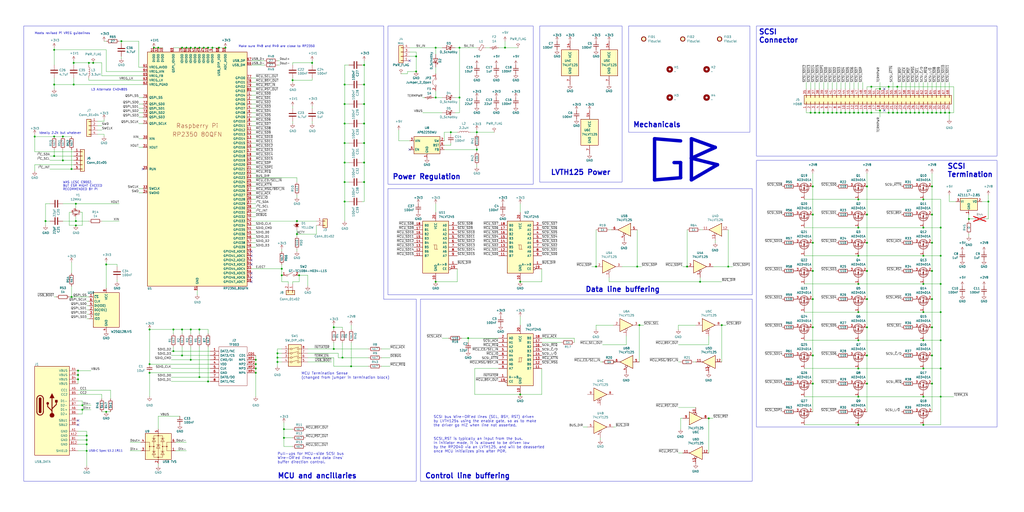
<source format=kicad_sch>
(kicad_sch (version 20230121) (generator eeschema)
  (paper "User" 599.999 299.999)
  (title_block (title "GBSCSI 2 Wide") (date "2025-03-08") (rev "0.1.1") (comment 1 "Drawn by; George Rudolf Mezzomo") (comment 2 "GBSCSI model 2, HD68W header, 3.5\" form factor compatible, discrete RP2350"))
  (junction (at 109.22 27.94))
  (junction (at 541.02 182.88))
  (junction (at 490.22 66.04))
  (junction (at 415.29 245.11))
  (junction (at 101.6 205.74))
  (junction (at 162.56 209.55))
  (junction (at 520.7 66.04))
  (junction (at 106.68 193.04))
  (junction (at 201.93 106.68))
  (junction (at 528.32 66.04))
  (junction (at 474.98 66.04))
  (junction (at 269.24 27.94))
  (junction (at 62.23 241.3))
  (junction (at 255.27 57.15))
  (junction (at 546.1 191.77))
  (junction (at 476.25 125.73))
  (junction (at 195.58 191.77))
  (junction (at 201.93 83.82))
  (junction (at 106.68 208.28))
  (junction (at 502.92 215.9))
  (junction (at 535.94 66.04))
  (junction (at 546.1 224.79))
  (junction (at 502.92 199.39))
  (junction (at 482.6 66.04))
  (junction (at 50.8 257.81))
  (junction (at 477.52 66.04))
  (junction (at 480.06 66.04))
  (junction (at 121.92 223.52))
  (junction (at 201.93 72.39))
  (junction (at 505.46 66.04))
  (junction (at 213.36 106.68))
  (junction (at 476.25 142.24))
  (junction (at 476.25 224.79))
  (junction (at 485.14 66.04))
  (junction (at 541.02 66.04))
  (junction (at 476.25 175.26))
  (junction (at 515.62 52.07))
  (junction (at 175.26 161.29))
  (junction (at 279.4 87.63))
  (junction (at 182.88 36.83))
  (junction (at 295.91 27.94))
  (junction (at 541.02 232.41))
  (junction (at 502.92 66.04))
  (junction (at 553.72 66.04))
  (junction (at 495.3 66.04))
  (junction (at 44.45 119.38))
  (junction (at 165.1 157.48))
  (junction (at 508 191.77))
  (junction (at 502.92 166.37))
  (junction (at 50.8 260.35))
  (junction (at 476.25 191.77))
  (junction (at 201.93 60.96))
  (junction (at 551.18 232.41))
  (junction (at 213.36 83.82))
  (junction (at 538.48 66.04))
  (junction (at 543.56 66.04))
  (junction (at 213.36 38.1))
  (junction (at 508 175.26))
  (junction (at 541.02 166.37))
  (junction (at 551.18 166.37))
  (junction (at 45.72 222.25))
  (junction (at 195.58 204.47))
  (junction (at 374.65 190.5))
  (junction (at 111.76 210.82))
  (junction (at 492.76 66.04))
  (junction (at 71.12 24.13))
  (junction (at 546.1 175.26))
  (junction (at 92.71 27.94))
  (junction (at 87.63 218.44))
  (junction (at 508 224.79))
  (junction (at 149.86 215.9))
  (junction (at 20.32 80.01))
  (junction (at 551.18 66.04))
  (junction (at 213.36 72.39))
  (junction (at 546.1 125.73))
  (junction (at 101.6 193.04))
  (junction (at 500.38 66.04))
  (junction (at 166.37 256.54))
  (junction (at 551.18 199.39))
  (junction (at 556.26 66.04))
  (junction (at 402.59 156.21))
  (junction (at 45.72 219.71))
  (junction (at 497.84 66.04))
  (junction (at 546.1 109.22))
  (junction (at 41.91 99.06))
  (junction (at 149.86 213.36))
  (junction (at 48.26 240.03) (diameter 0.9144))
  (junction (at 43.18 49.53))
  (junction (at 508 109.22))
  (junction (at 349.25 156.21))
  (junction (at 173.99 129.54))
  (junction (at 508 208.28))
  (junction (at 546.1 208.28))
  (junction (at 50.8 255.27))
  (junction (at 523.24 66.04))
  (junction (at 541.02 215.9))
  (junction (at 508 66.04))
  (junction (at 510.54 50.8))
  (junction (at 508 125.73))
  (junction (at 50.8 264.16))
  (junction (at 269.24 57.15))
  (junction (at 31.75 80.01))
  (junction (at 132.08 27.94))
  (junction (at 579.12 118.11))
  (junction (at 173.99 137.16))
  (junction (at 44.45 129.54))
  (junction (at 149.86 210.82))
  (junction (at 166.37 251.46))
  (junction (at 541.02 149.86))
  (junction (at 476.25 208.28))
  (junction (at 31.75 91.44))
  (junction (at 149.86 218.44))
  (junction (at 533.4 66.04))
  (junction (at 304.8 165.1))
  (junction (at 255.27 165.1))
  (junction (at 502.92 133.35))
  (junction (at 45.72 217.17))
  (junction (at 201.93 49.53))
  (junction (at 541.02 248.92))
  (junction (at 213.36 95.25))
  (junction (at 213.36 49.53))
  (junction (at 41.91 173.99))
  (junction (at 551.18 182.88))
  (junction (at 502.92 232.41))
  (junction (at 476.25 109.22))
  (junction (at 274.32 198.12))
  (junction (at 44.45 132.08))
  (junction (at 541.02 199.39))
  (junction (at 510.54 66.04))
  (junction (at 502.92 149.86))
  (junction (at 502.92 182.88))
  (junction (at 43.18 36.83))
  (junction (at 373.38 156.21))
  (junction (at 121.92 27.94))
  (junction (at 201.93 95.25))
  (junction (at 243.84 33.02))
  (junction (at 90.17 27.94))
  (junction (at 476.25 158.75))
  (junction (at 205.74 214.63))
  (junction (at 124.46 27.94))
  (junction (at 111.76 193.04))
  (junction (at 508 142.24))
  (junction (at 426.72 156.21))
  (junction (at 255.27 27.94))
  (junction (at 525.78 50.8))
  (junction (at 546.1 66.04))
  (junction (at 31.75 49.53))
  (junction (at 546.1 142.24))
  (junction (at 114.3 27.94))
  (junction (at 201.93 118.11))
  (junction (at 304.8 231.14))
  (junction (at 119.38 27.94))
  (junction (at 116.84 27.94))
  (junction (at 264.16 77.47))
  (junction (at 551.18 149.86))
  (junction (at 487.68 66.04))
  (junction (at 567.69 128.27))
  (junction (at 62.23 154.94))
  (junction (at 520.7 50.8))
  (junction (at 36.83 93.98))
  (junction (at 116.84 193.04))
  (junction (at 422.91 190.5))
  (junction (at 52.07 36.83))
  (junction (at 410.21 165.1))
  (junction (at 171.45 46.99))
  (junction (at 551.18 215.9))
  (junction (at 530.86 66.04))
  (junction (at 548.64 66.04))
  (junction (at 106.68 27.94))
  (junction (at 551.18 133.35))
  (junction (at 502.92 116.84))
  (junction (at 26.67 129.54))
  (junction (at 162.56 207.01))
  (junction (at 116.84 220.98))
  (junction (at 87.63 213.36))
  (junction (at 502.92 248.92))
  (junction (at 111.76 27.94))
  (junction (at 541.02 116.84))
  (junction (at 546.1 158.75))
  (junction (at 279.4 77.47))
  (junction (at 36.83 80.01))
  (junction (at 243.84 41.91))
  (junction (at 162.56 212.09))
  (junction (at 525.78 66.04))
  (junction (at 213.36 60.96))
  (junction (at 54.61 36.83))
  (junction (at 200.66 209.55))
  (junction (at 541.02 133.35))
  (junction (at 48.26 237.49) (diameter 0.9144))
  (junction (at 87.63 193.04))
  (junction (at 165.1 161.29))
  (junction (at 508 158.75))
  (junction (at 128.27 27.94))
  (junction (at 515.62 64.77))
  (junction (at 31.75 29.21))
  (no_connect (at 518.16 52.07))
  (no_connect (at 83.82 99.06))
  (no_connect (at 45.72 248.92))
  (no_connect (at 147.32 165.1))
  (no_connect (at 147.32 160.02))
  (no_connect (at 518.16 64.77))
  (no_connect (at 240.03 35.56))
  (no_connect (at 240.03 87.63))
  (no_connect (at 147.32 154.94))
  (no_connect (at 147.32 162.56))
  (no_connect (at 147.32 147.32))
  (no_connect (at 147.32 152.4))
  (no_connect (at 45.72 246.38))
  (no_connect (at 147.32 149.86))
  (wire (pts (xy 57.15 78.74) (xy 60.96 78.74)))
  (wire (pts (xy 149.86 60.96) (xy 147.32 60.96)))
  (wire (pts (xy 204.47 106.68) (xy 201.93 106.68)))
  (wire (pts (xy 201.93 95.25) (xy 201.93 106.68)))
  (wire (pts (xy 497.84 66.04) (xy 500.38 66.04)))
  (wire (pts (xy 500.38 66.04) (xy 500.38 64.77)))
  (wire (pts (xy 476.25 125.73) (xy 476.25 142.24)))
  (wire (pts (xy 36.83 87.63) (xy 36.83 93.98)))
  (wire (pts (xy 551.18 149.86) (xy 551.18 166.37)))
  (wire (pts (xy 149.86 50.8) (xy 147.32 50.8)))
  (wire (pts (xy 26.67 129.54) (xy 26.67 132.08)))
  (wire (pts (xy 279.4 76.2) (xy 279.4 77.47)))
  (wire (pts (xy 87.63 193.04) (xy 101.6 193.04)))
  (wire (pts (xy 535.94 66.04) (xy 538.48 66.04)))
  (wire (pts (xy 62.23 41.91) (xy 83.82 41.91)))
  (wire (pts (xy 195.58 204.47) (xy 215.9 204.47)))
  (wire (pts (xy 81.28 24.13) (xy 81.28 39.37)))
  (wire (pts (xy 41.91 153.67) (xy 41.91 160.02)))
  (wire (pts (xy 201.93 118.11) (xy 201.93 129.54)))
  (wire (pts (xy 105.41 243.84) (xy 92.71 243.84)))
  (wire (pts (xy 149.86 132.08) (xy 147.32 132.08)))
  (wire (pts (xy 83.82 72.39) (xy 81.28 72.39)))
  (wire (pts (xy 546.1 142.24) (xy 546.1 158.75)))
  (wire (pts (xy 106.68 193.04) (xy 101.6 193.04)))
  (wire (pts (xy 238.76 41.91) (xy 243.84 41.91)))
  (wire (pts (xy 90.17 27.94) (xy 92.71 27.94)))
  (wire (pts (xy 274.32 198.12) (xy 292.1 198.12)))
  (wire (pts (xy 278.13 215.9) (xy 278.13 231.14)))
  (wire (pts (xy 100.33 208.28) (xy 106.68 208.28)))
  (wire (pts (xy 495.3 66.04) (xy 497.84 66.04)))
  (wire (pts (xy 100.33 220.98) (xy 116.84 220.98)))
  (wire (pts (xy 50.8 260.35) (xy 50.8 264.16)))
  (wire (pts (xy 123.19 218.44) (xy 87.63 218.44)))
  (wire (pts (xy 201.93 83.82) (xy 201.93 72.39)))
  (wire (pts (xy 500.38 48.26) (xy 500.38 52.07)))
  (wire (pts (xy 147.32 35.56) (xy 154.94 35.56)))
  (wire (pts (xy 171.45 256.54) (xy 166.37 256.54)))
  (wire (pts (xy 480.06 48.26) (xy 480.06 52.07)))
  (wire (pts (xy 553.72 66.04) (xy 556.26 66.04)))
  (wire (pts (xy 402.59 134.62) (xy 402.59 156.21)))
  (wire (pts (xy 397.51 212.09) (xy 398.78 212.09)))
  (polyline (pts (xy 243.84 281.94) (xy 243.84 175.26)))
  (wire (pts (xy 62.23 154.94) (xy 62.23 168.91)))
  (wire (pts (xy 505.46 66.04) (xy 508 66.04)))
  (wire (pts (xy 317.5 231.14) (xy 317.5 215.9)))
  (wire (pts (xy 46.99 124.46) (xy 48.26 124.46)))
  (wire (pts (xy 502.92 248.92) (xy 541.02 248.92)))
  (wire (pts (xy 223.52 214.63) (xy 228.6 214.63)))
  (wire (pts (xy 546.1 208.28) (xy 546.1 224.79)))
  (polyline (pts (xy 440.69 281.94) (xy 440.69 175.26)))
  (wire (pts (xy 162.56 209.55) (xy 165.1 209.55)))
  (wire (pts (xy 213.36 83.82) (xy 213.36 95.25)))
  (wire (pts (xy 111.76 193.04) (xy 106.68 193.04)))
  (wire (pts (xy 165.1 146.05) (xy 165.1 147.32)))
  (wire (pts (xy 477.52 66.04) (xy 480.06 66.04)))
  (wire (pts (xy 255.27 39.37) (xy 255.27 43.18)))
  (wire (pts (xy 304.8 185.42) (xy 304.8 190.5)))
  (wire (pts (xy 377.19 190.5) (xy 374.65 190.5)))
  (wire (pts (xy 36.83 119.38) (xy 44.45 119.38)))
  (wire (pts (xy 269.24 66.04) (xy 266.7 66.04)))
  (wire (pts (xy 508 158.75) (xy 508 175.26)))
  (polyline (pts (xy 224.79 175.26) (xy 224.79 15.24)))
  (wire (pts (xy 109.22 264.16) (xy 102.87 264.16)))
  (wire (pts (xy 482.6 66.04) (xy 485.14 66.04)))
  (wire (pts (xy 502.92 182.88) (xy 541.02 182.88)))
  (wire (pts (xy 533.4 66.04) (xy 535.94 66.04)))
  (wire (pts (xy 538.48 66.04) (xy 538.48 64.77)))
  (wire (pts (xy 180.34 207.01) (xy 198.12 207.01)))
  (wire (pts (xy 240.03 33.02) (xy 243.84 33.02)))
  (wire (pts (xy 567.69 137.16) (xy 567.69 138.43)))
  (wire (pts (xy 43.18 36.83) (xy 52.07 36.83)))
  (wire (pts (xy 171.45 36.83) (xy 182.88 36.83)))
  (wire (pts (xy 548.64 66.04) (xy 551.18 66.04)))
  (wire (pts (xy 551.18 166.37) (xy 551.18 182.88)))
  (wire (pts (xy 147.32 157.48) (xy 165.1 157.48)))
  (wire (pts (xy 508 66.04) (xy 508 64.77)))
  (wire (pts (xy 173.99 134.62) (xy 173.99 137.16)))
  (wire (pts (xy 149.86 63.5) (xy 147.32 63.5)))
  (wire (pts (xy 81.28 63.5) (xy 83.82 63.5)))
  (wire (pts (xy 109.22 259.08) (xy 102.87 259.08)))
  (wire (pts (xy 162.56 212.09) (xy 162.56 214.63)))
  (wire (pts (xy 171.45 71.12) (xy 171.45 72.39)))
  (wire (pts (xy 546.1 66.04) (xy 546.1 64.77)))
  (wire (pts (xy 100.33 210.82) (xy 111.76 210.82)))
  (wire (pts (xy 541.02 199.39) (xy 551.18 199.39)))
  (wire (pts (xy 267.97 165.1) (xy 255.27 165.1)))
  (wire (pts (xy 180.34 161.29) (xy 180.34 167.64)))
  (wire (pts (xy 198.12 207.01) (xy 198.12 209.55)))
  (wire (pts (xy 83.82 57.15) (xy 81.28 57.15)))
  (wire (pts (xy 29.21 119.38) (xy 26.67 119.38)))
  (wire (pts (xy 173.99 137.16) (xy 173.99 138.43)))
  (wire (pts (xy 121.92 193.04) (xy 121.92 195.58)))
  (wire (pts (xy 477.52 48.26) (xy 477.52 52.07)))
  (wire (pts (xy 149.86 81.28) (xy 147.32 81.28)))
  (wire (pts (xy 111.76 210.82) (xy 123.19 210.82)))
  (wire (pts (xy 60.96 71.12) (xy 60.96 69.85)))
  (wire (pts (xy 575.31 118.11) (xy 579.12 118.11)))
  (wire (pts (xy 471.17 248.92) (xy 502.92 248.92)))
  (wire (pts (xy 471.17 232.41) (xy 502.92 232.41)))
  (wire (pts (xy 162.56 207.01) (xy 162.56 209.55)))
  (wire (pts (xy 317.5 198.12) (xy 336.55 198.12)))
  (wire (pts (xy 471.17 199.39) (xy 502.92 199.39)))
  (wire (pts (xy 515.62 68.58) (xy 515.62 64.77)))
  (wire (pts (xy 182.88 46.99) (xy 182.88 45.72)))
  (wire (pts (xy 166.37 256.54) (xy 166.37 251.46)))
  (wire (pts (xy 419.1 142.24) (xy 419.1 140.97)))
  (wire (pts (xy 36.83 93.98) (xy 43.18 93.98)))
  (wire (pts (xy 43.18 45.72) (xy 43.18 49.53)))
  (wire (pts (xy 149.86 106.68) (xy 147.32 106.68)))
  (wire (pts (xy 165.1 161.29) (xy 165.1 165.1)))
  (polyline (pts (xy 420.37 96.52) (xy 405.13 92.71)) (stroke (width 2)))
  (wire (pts (xy 341.63 250.19) (xy 344.17 250.19)))
  (wire (pts (xy 41.91 167.64) (xy 41.91 173.99)))
  (wire (pts (xy 264.16 77.47) (xy 264.16 78.74)))
  (wire (pts (xy 149.86 142.24) (xy 147.32 142.24)))
  (wire (pts (xy 508 191.77) (xy 508 208.28)))
  (wire (pts (xy 240.03 82.55) (xy 233.68 82.55)))
  (wire (pts (xy 397.51 201.93) (xy 415.29 201.93)))
  (wire (pts (xy 64.77 228.6) (xy 45.72 228.6)))
  (wire (pts (xy 29.21 93.98) (xy 36.83 93.98)))
  (polyline (pts (xy 440.69 110.49) (xy 227.33 110.49)))
  (wire (pts (xy 213.36 49.53) (xy 213.36 60.96)))
  (wire (pts (xy 128.27 27.94) (xy 132.08 27.94)))
  (wire (pts (xy 71.12 24.13) (xy 71.12 25.4)))
  (wire (pts (xy 556.26 48.26) (xy 556.26 52.07)))
  (wire (pts (xy 173.99 137.16) (xy 185.42 137.16)))
  (wire (pts (xy 234.95 43.18) (xy 238.76 43.18)))
  (wire (pts (xy 101.6 205.74) (xy 123.19 205.74)))
  (wire (pts (xy 20.32 80.01) (xy 20.32 88.9)))
  (wire (pts (xy 48.26 240.03) (xy 48.26 242.57)))
  (wire (pts (xy 173.99 129.54) (xy 185.42 129.54)))
  (wire (pts (xy 92.71 243.84) (xy 92.71 251.46)))
  (wire (pts (xy 240.03 27.94) (xy 255.27 27.94)))
  (wire (pts (xy 482.6 66.04) (xy 482.6 64.77)))
  (wire (pts (xy 45.72 234.95) (xy 48.26 234.95)))
  (wire (pts (xy 289.56 77.47) (xy 279.4 77.47)))
  (wire (pts (xy 162.56 209.55) (xy 162.56 212.09)))
  (wire (pts (xy 551.18 66.04) (xy 553.72 66.04)))
  (wire (pts (xy 284.48 27.94) (xy 287.02 27.94)))
  (wire (pts (xy 238.76 43.18) (xy 238.76 41.91)))
  (wire (pts (xy 487.68 66.04) (xy 490.22 66.04)))
  (polyline (pts (xy 383.54 81.28) (xy 383.54 105.41)) (stroke (width 2)))
  (wire (pts (xy 149.86 55.88) (xy 147.32 55.88)))
  (wire (pts (xy 398.78 245.11) (xy 398.78 251.46)))
  (wire (pts (xy 279.4 27.94) (xy 269.24 27.94)))
  (wire (pts (xy 264.16 77.47) (xy 267.97 77.47)))
  (wire (pts (xy 36.83 80.01) (xy 41.91 80.01)))
  (polyline (pts (xy 405.13 105.41) (xy 420.37 96.52)) (stroke (width 2)))
  (wire (pts (xy 269.24 27.94) (xy 269.24 57.15)))
  (wire (pts (xy 570.23 128.27) (xy 567.69 128.27)))
  (wire (pts (xy 116.84 27.94) (xy 119.38 27.94)))
  (wire (pts (xy 535.94 66.04) (xy 535.94 64.77)))
  (wire (pts (xy 275.59 77.47) (xy 279.4 77.47)))
  (wire (pts (xy 52.07 181.61) (xy 50.8 181.61)))
  (wire (pts (xy 204.47 83.82) (xy 201.93 83.82)))
  (wire (pts (xy 558.8 50.8) (xy 558.8 66.04)))
  (wire (pts (xy 303.53 27.94) (xy 295.91 27.94)))
  (wire (pts (xy 487.68 48.26) (xy 487.68 52.07)))
  (wire (pts (xy 351.79 257.81) (xy 351.79 256.54)))
  (wire (pts (xy 515.62 64.77) (xy 513.08 64.77)))
  (wire (pts (xy 171.45 38.1) (xy 171.45 36.83)))
  (wire (pts (xy 397.51 265.43) (xy 400.05 265.43)))
  (wire (pts (xy 147.32 129.54) (xy 173.99 129.54)))
  (polyline (pts (xy 398.78 82.55) (xy 383.54 81.28)) (stroke (width 2)))
  (wire (pts (xy 260.35 87.63) (xy 279.4 87.63)))
  (wire (pts (xy 541.02 48.26) (xy 541.02 52.07)))
  (wire (pts (xy 513.08 52.07) (xy 515.62 52.07)))
  (wire (pts (xy 36.83 129.54) (xy 44.45 129.54)))
  (wire (pts (xy 106.68 203.2) (xy 106.68 208.28)))
  (wire (pts (xy 228.6 209.55) (xy 223.52 209.55)))
  (wire (pts (xy 111.76 27.94) (xy 114.3 27.94)))
  (wire (pts (xy 546.1 175.26) (xy 546.1 191.77)))
  (wire (pts (xy 149.86 96.52) (xy 147.32 96.52)))
  (wire (pts (xy 149.86 101.6) (xy 147.32 101.6)))
  (wire (pts (xy 87.63 213.36) (xy 87.63 193.04)))
  (wire (pts (xy 100.33 205.74) (xy 101.6 205.74)))
  (wire (pts (xy 471.17 166.37) (xy 502.92 166.37)))
  (wire (pts (xy 212.09 72.39) (xy 213.36 72.39)))
  (wire (pts (xy 270.51 198.12) (xy 274.32 198.12)))
  (wire (pts (xy 476.25 224.79) (xy 476.25 241.3)))
  (wire (pts (xy 415.29 245.11) (xy 415.29 265.43)))
  (wire (pts (xy 213.36 35.56) (xy 213.36 38.1)))
  (wire (pts (xy 541.02 232.41) (xy 551.18 232.41)))
  (wire (pts (xy 474.98 48.26) (xy 474.98 52.07)))
  (wire (pts (xy 100.33 215.9) (xy 123.19 215.9)))
  (wire (pts (xy 162.56 212.09) (xy 165.1 212.09)))
  (wire (pts (xy 48.26 242.57) (xy 45.72 242.57)))
  (polyline (pts (xy 405.13 81.28) (xy 419.1 86.36)) (stroke (width 2)))
  (wire (pts (xy 502.92 199.39) (xy 541.02 199.39)))
  (wire (pts (xy 541.02 182.88) (xy 551.18 182.88)))
  (wire (pts (xy 520.7 50.8) (xy 510.54 50.8)))
  (wire (pts (xy 149.86 83.82) (xy 147.32 83.82)))
  (wire (pts (xy 44.45 129.54) (xy 52.07 129.54)))
  (polyline (pts (xy 13.97 15.24) (xy 224.79 15.24)))
  (wire (pts (xy 162.56 35.56) (xy 163.83 35.56)))
  (wire (pts (xy 50.8 257.81) (xy 50.8 260.35)))
  (wire (pts (xy 523.24 66.04) (xy 523.24 64.77)))
  (wire (pts (xy 149.86 127) (xy 147.32 127)))
  (wire (pts (xy 560.07 118.11) (xy 556.26 118.11)))
  (wire (pts (xy 349.25 190.5) (xy 349.25 193.04)))
  (wire (pts (xy 269.24 57.15) (xy 266.7 57.15)))
  (wire (pts (xy 111.76 203.2) (xy 111.76 210.82)))
  (wire (pts (xy 471.17 133.35) (xy 502.92 133.35)))
  (wire (pts (xy 41.91 87.63) (xy 41.91 99.06)))
  (wire (pts (xy 500.38 66.04) (xy 502.92 66.04)))
  (wire (pts (xy 523.24 48.26) (xy 523.24 52.07)))
  (wire (pts (xy 173.99 146.05) (xy 173.99 147.32)))
  (polyline (pts (xy 440.69 172.72) (xy 440.69 110.49)))
  (polyline (pts (xy 246.38 175.26) (xy 440.69 175.26)))
  (wire (pts (xy 100.33 223.52) (xy 121.92 223.52)))
  (wire (pts (xy 149.86 109.22) (xy 147.32 109.22)))
  (wire (pts (xy 165.1 204.47) (xy 162.56 204.47)))
  (wire (pts (xy 247.65 66.04) (xy 259.08 66.04)))
  (wire (pts (xy 45.72 224.79) (xy 45.72 222.25)))
  (polyline (pts (xy 227.33 110.49) (xy 227.33 172.72)))
  (wire (pts (xy 279.4 96.52) (xy 279.4 97.79)))
  (wire (pts (xy 497.84 66.04) (xy 497.84 64.77)))
  (wire (pts (xy 101.6 203.2) (xy 101.6 205.74)))
  (wire (pts (xy 541.02 215.9) (xy 551.18 215.9)))
  (wire (pts (xy 502.92 66.04) (xy 505.46 66.04)))
  (wire (pts (xy 50.8 264.16) (xy 50.8 273.05)))
  (wire (pts (xy 508 208.28) (xy 508 224.79)))
  (wire (pts (xy 149.86 121.92) (xy 147.32 121.92)))
  (wire (pts (xy 205.74 214.63) (xy 195.58 214.63)))
  (wire (pts (xy 50.8 252.73) (xy 50.8 255.27)))
  (wire (pts (xy 266.7 27.94) (xy 269.24 27.94)))
  (wire (pts (xy 44.45 119.38) (xy 44.45 121.92)))
  (wire (pts (xy 541.02 248.92) (xy 551.18 248.92)))
  (wire (pts (xy 279.4 87.63) (xy 279.4 88.9)))
  (wire (pts (xy 45.72 252.73) (xy 50.8 252.73)))
  (wire (pts (xy 508 125.73) (xy 508 142.24)))
  (wire (pts (xy 149.86 91.44) (xy 147.32 91.44)))
  (wire (pts (xy 349.25 190.5) (xy 359.41 190.5)))
  (wire (pts (xy 274.32 200.66) (xy 274.32 198.12)))
  (wire (pts (xy 505.46 48.26) (xy 505.46 52.07)))
  (wire (pts (xy 233.68 82.55) (xy 233.68 76.2)))
  (wire (pts (xy 487.68 66.04) (xy 487.68 64.77)))
  (wire (pts (xy 82.55 264.16) (xy 76.2 264.16)))
  (wire (pts (xy 553.72 66.04) (xy 553.72 64.77)))
  (wire (pts (xy 48.26 124.46) (xy 48.26 132.08)))
  (polyline (pts (xy 405.13 81.28) (xy 405.13 105.41)) (stroke (width 2)))
  (wire (pts (xy 82.55 259.08) (xy 76.2 259.08)))
  (wire (pts (xy 64.77 233.68) (xy 64.77 228.6)))
  (wire (pts (xy 182.88 71.12) (xy 182.88 72.39)))
  (wire (pts (xy 406.4 212.09) (xy 407.67 212.09)))
  (wire (pts (xy 149.86 111.76) (xy 147.32 111.76)))
  (wire (pts (xy 20.32 80.01) (xy 31.75 80.01)))
  (wire (pts (xy 541.02 133.35) (xy 551.18 133.35)))
  (wire (pts (xy 149.86 99.06) (xy 147.32 99.06)))
  (wire (pts (xy 264.16 77.47) (xy 260.35 77.47)))
  (wire (pts (xy 121.92 27.94) (xy 124.46 27.94)))
  (wire (pts (xy 260.35 85.09) (xy 264.16 85.09)))
  (wire (pts (xy 205.74 190.5) (xy 205.74 193.04)))
  (wire (pts (xy 81.28 60.96) (xy 83.82 60.96)))
  (wire (pts (xy 278.13 231.14) (xy 304.8 231.14)))
  (wire (pts (xy 502.92 166.37) (xy 541.02 166.37)))
  (wire (pts (xy 71.12 34.29) (xy 71.12 33.02)))
  (wire (pts (xy 171.45 46.99) (xy 182.88 46.99)))
  (wire (pts (xy 62.23 153.67) (xy 62.23 154.94)))
  (wire (pts (xy 543.56 66.04) (xy 546.1 66.04)))
  (wire (pts (xy 149.86 48.26) (xy 147.32 48.26)))
  (wire (pts (xy 200.66 193.04) (xy 200.66 191.77)))
  (wire (pts (xy 205.74 200.66) (xy 205.74 214.63)))
  (wire (pts (xy 243.84 33.02) (xy 243.84 41.91)))
  (wire (pts (xy 116.84 193.04) (xy 121.92 193.04)))
  (wire (pts (xy 149.86 215.9) (xy 149.86 218.44)))
  (wire (pts (xy 149.86 119.38) (xy 147.32 119.38)))
  (wire (pts (xy 195.58 190.5) (xy 195.58 191.77)))
  (wire (pts (xy 48.26 237.49) (xy 45.72 237.49)))
  (wire (pts (xy 260.35 77.47) (xy 260.35 82.55)))
  (wire (pts (xy 417.83 156.21) (xy 426.72 156.21)))
  (wire (pts (xy 360.68 250.19) (xy 359.41 250.19)))
  (wire (pts (xy 426.72 156.21) (xy 426.72 134.62)))
  (wire (pts (xy 551.18 232.41) (xy 558.8 232.41)))
  (wire (pts (xy 422.91 190.5) (xy 422.91 212.09)))
  (wire (pts (xy 180.34 209.55) (xy 195.58 209.55)))
  (wire (pts (xy 212.09 106.68) (xy 213.36 106.68)))
  (wire (pts (xy 471.17 116.84) (xy 502.92 116.84)))
  (wire (pts (xy 111.76 193.04) (xy 116.84 193.04)))
  (wire (pts (xy 254 57.15) (xy 255.27 57.15)))
  (wire (pts (xy 292.1 215.9) (xy 278.13 215.9)))
  (wire (pts (xy 508 142.24) (xy 508 158.75)))
  (wire (pts (xy 92.71 271.78) (xy 92.71 273.05)))
  (wire (pts (xy 171.45 45.72) (xy 171.45 46.99)))
  (wire (pts (xy 472.44 66.04) (xy 472.44 64.77)))
  (wire (pts (xy 31.75 80.01) (xy 36.83 80.01)))
  (wire (pts (xy 62.23 241.3) (xy 59.69 241.3)))
  (wire (pts (xy 114.3 27.94) (xy 116.84 27.94)))
  (wire (pts (xy 292.1 27.94) (xy 295.91 27.94)))
  (wire (pts (xy 53.34 217.17) (xy 45.72 217.17)))
  (wire (pts (xy 180.34 204.47) (xy 195.58 204.47)))
  (wire (pts (xy 68.58 154.94) (xy 62.23 154.94)))
  (wire (pts (xy 149.86 73.66) (xy 147.32 73.66)))
  (wire (pts (xy 212.09 118.11) (xy 213.36 118.11)))
  (wire (pts (xy 490.22 48.26) (xy 490.22 52.07)))
  (polyline (pts (xy 419.1 86.36) (xy 419.1 86.36)) (stroke (width 2)))
  (wire (pts (xy 83.82 110.49) (xy 81.28 110.49)))
  (wire (pts (xy 546.1 191.77) (xy 546.1 208.28)))
  (wire (pts (xy 45.72 260.35) (xy 50.8 260.35)))
  (wire (pts (xy 400.05 156.21) (xy 402.59 156.21)))
  (wire (pts (xy 535.94 48.26) (xy 535.94 52.07)))
  (wire (pts (xy 171.45 261.62) (xy 166.37 261.62)))
  (wire (pts (xy 212.09 83.82) (xy 213.36 83.82)))
  (wire (pts (xy 567.69 128.27) (xy 567.69 125.73)))
  (wire (pts (xy 476.25 101.6) (xy 476.25 109.22)))
  (wire (pts (xy 204.47 49.53) (xy 201.93 49.53)))
  (wire (pts (xy 204.47 60.96) (xy 201.93 60.96)))
  (wire (pts (xy 525.78 50.8) (xy 558.8 50.8)))
  (wire (pts (xy 195.58 191.77) (xy 200.66 191.77)))
  (wire (pts (xy 360.68 212.09) (xy 359.41 212.09)))
  (wire (pts (xy 83.82 113.03) (xy 81.28 113.03)))
  (wire (pts (xy 546.1 109.22) (xy 546.1 125.73)))
  (wire (pts (xy 482.6 48.26) (xy 482.6 52.07)))
  (wire (pts (xy 40.64 132.08) (xy 40.64 124.46)))
  (wire (pts (xy 508 224.79) (xy 508 241.3)))
  (wire (pts (xy 538.48 48.26) (xy 538.48 52.07)))
  (wire (pts (xy 259.08 198.12) (xy 262.89 198.12)))
  (wire (pts (xy 173.99 115.57) (xy 173.99 114.3)))
  (wire (pts (xy 255.27 57.15) (xy 259.08 57.15)))
  (wire (pts (xy 502.92 133.35) (xy 541.02 133.35)))
  (wire (pts (xy 579.12 118.11) (xy 579.12 114.3)))
  (wire (pts (xy 149.86 88.9) (xy 147.32 88.9)))
  (wire (pts (xy 168.91 165.1) (xy 168.91 166.37)))
  (wire (pts (xy 364.49 156.21) (xy 373.38 156.21)))
  (wire (pts (xy 40.64 124.46) (xy 41.91 124.46)))
  (wire (pts (xy 52.07 36.83) (xy 52.07 38.1)))
  (wire (pts (xy 548.64 66.04) (xy 548.64 64.77)))
  (wire (pts (xy 497.84 48.26) (xy 497.84 52.07)))
  (wire (pts (xy 45.72 255.27) (xy 50.8 255.27)))
  (wire (pts (xy 185.42 132.08) (xy 185.42 137.16)))
  (wire (pts (xy 567.69 129.54) (xy 567.69 128.27)))
  (wire (pts (xy 149.86 58.42) (xy 147.32 58.42)))
  (wire (pts (xy 471.17 149.86) (xy 502.92 149.86)))
  (wire (pts (xy 149.86 71.12) (xy 147.32 71.12)))
  (wire (pts (xy 149.86 213.36) (xy 149.86 215.9)))
  (wire (pts (xy 528.32 66.04) (xy 530.86 66.04)))
  (wire (pts (xy 520.7 66.04) (xy 523.24 66.04)))
  (wire (pts (xy 200.66 200.66) (xy 200.66 209.55)))
  (wire (pts (xy 556.26 118.11) (xy 556.26 114.3)))
  (wire (pts (xy 116.84 193.04) (xy 116.84 195.58)))
  (wire (pts (xy 162.56 204.47) (xy 162.56 207.01)))
  (wire (pts (xy 213.36 38.1) (xy 213.36 49.53)))
  (wire (pts (xy 106.68 27.94) (xy 109.22 27.94)))
  (wire (pts (xy 215.9 214.63) (xy 205.74 214.63)))
  (polyline (pts (xy 246.38 175.26) (xy 246.38 281.94)))
  (wire (pts (xy 520.7 52.07) (xy 520.7 50.8)))
  (wire (pts (xy 410.21 165.1) (xy 356.87 165.1)))
  (wire (pts (xy 508 101.6) (xy 508 109.22)))
  (wire (pts (xy 485.14 48.26) (xy 485.14 52.07)))
  (wire (pts (xy 45.72 264.16) (xy 50.8 264.16)))
  (wire (pts (xy 31.75 29.21) (xy 31.75 38.1)))
  (wire (pts (xy 116.84 203.2) (xy 116.84 220.98)))
  (wire (pts (xy 101.6 193.04) (xy 101.6 195.58)))
  (wire (pts (xy 212.09 49.53) (xy 213.36 49.53)))
  (wire (pts (xy 149.86 76.2) (xy 147.32 76.2)))
  (wire (pts (xy 31.75 49.53) (xy 43.18 49.53)))
  (wire (pts (xy 165.1 161.29) (xy 165.1 157.48)))
  (wire (pts (xy 149.86 208.28) (xy 149.86 210.82)))
  (wire (pts (xy 243.84 30.48) (xy 243.84 33.02)))
  (polyline (pts (xy 227.33 172.72) (xy 440.69 172.72)))
  (wire (pts (xy 171.45 251.46) (xy 166.37 251.46)))
  (wire (pts (xy 31.75 91.44) (xy 43.18 91.44)))
  (wire (pts (xy 149.86 144.78) (xy 147.32 144.78)))
  (wire (pts (xy 374.65 190.5) (xy 374.65 212.09)))
  (wire (pts (xy 101.6 27.94) (xy 106.68 27.94)))
  (wire (pts (xy 43.18 38.1) (xy 43.18 36.83)))
  (wire (pts (xy 476.25 142.24) (xy 476.25 158.75)))
  (wire (pts (xy 45.72 219.71) (xy 45.72 217.17)))
  (wire (pts (xy 528.32 66.04) (xy 528.32 64.77)))
  (wire (pts (xy 546.1 66.04) (xy 548.64 66.04)))
  (wire (pts (xy 213.36 72.39) (xy 213.36 83.82)))
  (wire (pts (xy 490.22 66.04) (xy 490.22 64.77)))
  (wire (pts (xy 508 66.04) (xy 510.54 66.04)))
  (wire (pts (xy 59.69 129.54) (xy 69.85 129.54)))
  (wire (pts (xy 304.8 231.14) (xy 317.5 231.14)))
  (wire (pts (xy 541.02 66.04) (xy 543.56 66.04)))
  (wire (pts (xy 485.14 66.04) (xy 485.14 64.77)))
  (wire (pts (xy 81.28 39.37) (xy 83.82 39.37)))
  (wire (pts (xy 541.02 149.86) (xy 551.18 149.86)))
  (wire (pts (xy 195.58 214.63) (xy 195.58 209.55)))
  (wire (pts (xy 520.7 66.04) (xy 520.7 64.77)))
  (wire (pts (xy 44.45 119.38) (xy 69.85 119.38)))
  (wire (pts (xy 476.25 208.28) (xy 476.25 224.79)))
  (wire (pts (xy 508 175.26) (xy 508 191.77)))
  (wire (pts (xy 397.51 190.5) (xy 397.51 193.04)))
  (wire (pts (xy 213.36 106.68) (xy 213.36 118.11)))
  (wire (pts (xy 149.86 86.36) (xy 147.32 86.36)))
  (wire (pts (xy 525.78 50.8) (xy 520.7 50.8)))
  (wire (pts (xy 247.65 57.15) (xy 248.92 57.15)))
  (wire (pts (xy 166.37 261.62) (xy 166.37 256.54)))
  (wire (pts (xy 198.12 209.55) (xy 200.66 209.55)))
  (polyline (pts (xy 405.13 92.71) (xy 405.13 92.71)) (stroke (width 2)))
  (wire (pts (xy 502.92 149.86) (xy 541.02 149.86)))
  (wire (pts (xy 295.91 27.94) (xy 295.91 24.13)))
  (wire (pts (xy 195.58 200.66) (xy 195.58 204.47)))
  (wire (pts (xy 20.32 96.52) (xy 43.18 96.52)))
  (wire (pts (xy 510.54 66.04) (xy 510.54 64.77)))
  (polyline (pts (xy 420.37 96.52) (xy 420.37 96.52)) (stroke (width 2)))
  (wire (pts (xy 551.18 182.88) (xy 551.18 199.39)))
  (wire (pts (xy 417.83 245.11) (xy 415.29 245.11)))
  (wire (pts (xy 543.56 66.04) (xy 543.56 64.77)))
  (wire (pts (xy 425.45 190.5) (xy 422.91 190.5)))
  (wire (pts (xy 502.92 232.41) (xy 541.02 232.41)))
  (wire (pts (xy 551.18 215.9) (xy 551.18 232.41)))
  (wire (pts (xy 175.26 161.29) (xy 175.26 165.1)))
  (polyline (pts (xy 243.84 175.26) (xy 224.79 175.26)))
  (wire (pts (xy 346.71 156.21) (xy 349.25 156.21)))
  (wire (pts (xy 57.15 73.66) (xy 59.69 73.66)))
  (wire (pts (xy 397.51 238.76) (xy 407.67 238.76)))
  (wire (pts (xy 81.28 81.28) (xy 83.82 81.28)))
  (wire (pts (xy 166.37 247.65) (xy 166.37 251.46)))
  (wire (pts (xy 255.27 53.34) (xy 255.27 57.15)))
  (wire (pts (xy 60.96 24.13) (xy 62.23 24.13)))
  (wire (pts (xy 356.87 134.62) (xy 358.14 134.62)))
  (wire (pts (xy 336.55 200.66) (xy 336.55 198.12)))
  (wire (pts (xy 508 50.8) (xy 508 52.07)))
  (wire (pts (xy 474.98 66.04) (xy 477.52 66.04)))
  (wire (pts (xy 149.86 218.44) (xy 149.86 232.41)))
  (wire (pts (xy 213.36 60.96) (xy 213.36 72.39)))
  (wire (pts (xy 60.96 78.74) (xy 60.96 80.01)))
  (polyline (pts (xy 13.97 281.94) (xy 243.84 281.94)))
  (wire (pts (xy 201.93 72.39) (xy 201.93 60.96)))
  (wire (pts (xy 204.47 118.11) (xy 201.93 118.11)))
  (wire (pts (xy 83.82 86.36) (xy 81.28 86.36)))
  (wire (pts (xy 43.18 49.53) (xy 83.82 49.53)))
  (wire (pts (xy 317.5 157.48) (xy 317.5 165.1)))
  (wire (pts (xy 68.58 163.83) (xy 68.58 165.1)))
  (wire (pts (xy 551.18 199.39) (xy 551.18 215.9)))
  (wire (pts (xy 171.45 63.5) (xy 171.45 62.23)))
  (wire (pts (xy 476.25 158.75) (xy 476.25 175.26)))
  (wire (pts (xy 259.08 27.94) (xy 255.27 27.94)))
  (wire (pts (xy 279.4 86.36) (xy 279.4 87.63)))
  (wire (pts (xy 182.88 35.56) (xy 182.88 36.83)))
  (wire (pts (xy 195.58 191.77) (xy 195.58 193.04)))
  (wire (pts (xy 579.12 128.27) (xy 579.12 118.11)))
  (wire (pts (xy 255.27 119.38) (xy 255.27 124.46)))
  (wire (pts (xy 525.78 66.04) (xy 528.32 66.04)))
  (wire (pts (xy 510.54 50.8) (xy 510.54 52.07)))
  (wire (pts (xy 52.07 46.99) (xy 52.07 45.72)))
  (wire (pts (xy 407.67 190.5) (xy 397.51 190.5)))
  (wire (pts (xy 551.18 232.41) (xy 551.18 248.92)))
  (wire (pts (xy 546.1 48.26) (xy 546.1 52.07)))
  (wire (pts (xy 149.86 210.82) (xy 149.86 213.36)))
  (wire (pts (xy 31.75 87.63) (xy 31.75 91.44)))
  (wire (pts (xy 502.92 66.04) (xy 502.92 64.77)))
  (wire (pts (xy 502.92 48.26) (xy 502.92 52.07)))
  (polyline (pts (xy 394.97 95.25) (xy 398.78 95.25)) (stroke (width 2)))
  (wire (pts (xy 429.26 156.21) (xy 426.72 156.21)))
  (wire (pts (xy 556.26 69.85) (xy 556.26 66.04)))
  (wire (pts (xy 528.32 48.26) (xy 528.32 52.07)))
  (wire (pts (xy 31.75 27.94) (xy 31.75 29.21)))
  (wire (pts (xy 551.18 48.26) (xy 551.18 52.07)))
  (wire (pts (xy 149.86 53.34) (xy 147.32 53.34)))
  (wire (pts (xy 373.38 134.62) (xy 373.38 156.21)))
  (wire (pts (xy 351.79 212.09) (xy 353.06 212.09)))
  (wire (pts (xy 212.09 60.96) (xy 213.36 60.96)))
  (polyline (pts (xy 405.13 92.71) (xy 419.1 86.36)) (stroke (width 2)))
  (wire (pts (xy 530.86 66.04) (xy 533.4 66.04)))
  (polyline (pts (xy 13.97 281.94) (xy 13.97 15.24)))
  (wire (pts (xy 59.69 233.68) (xy 59.69 231.14)))
  (wire (pts (xy 553.72 48.26) (xy 553.72 52.07)))
  (wire (pts (xy 525.78 66.04) (xy 525.78 64.77)))
  (wire (pts (xy 415.29 201.93) (xy 415.29 196.85)))
  (wire (pts (xy 20.32 78.74) (xy 20.32 80.01)))
  (wire (pts (xy 400.05 245.11) (xy 398.78 245.11)))
  (wire (pts (xy 546.1 158.75) (xy 546.1 175.26)))
  (wire (pts (xy 81.28 68.58) (xy 83.82 68.58)))
  (wire (pts (xy 149.86 134.62) (xy 147.32 134.62)))
  (wire (pts (xy 480.06 66.04) (xy 482.6 66.04)))
  (wire (pts (xy 556.26 66.04) (xy 556.26 64.77)))
  (wire (pts (xy 68.58 156.21) (xy 68.58 154.94)))
  (wire (pts (xy 477.52 66.04) (xy 477.52 64.77)))
  (wire (pts (xy 119.38 27.94) (xy 121.92 27.94)))
  (wire (pts (xy 59.69 44.45) (xy 59.69 36.83)))
  (wire (pts (xy 50.8 255.27) (xy 50.8 257.81)))
  (wire (pts (xy 83.82 44.45) (xy 59.69 44.45)))
  (wire (pts (xy 538.48 66.04) (xy 541.02 66.04)))
  (wire (pts (xy 57.15 76.2) (xy 59.69 76.2)))
  (wire (pts (xy 474.98 66.04) (xy 474.98 64.77)))
  (wire (pts (xy 147.32 104.14) (xy 173.99 104.14)))
  (wire (pts (xy 508 109.22) (xy 508 125.73)))
  (wire (pts (xy 510.54 50.8) (xy 508 50.8)))
  (wire (pts (xy 171.45 165.1) (xy 171.45 166.37)))
  (wire (pts (xy 149.86 45.72) (xy 147.32 45.72)))
  (wire (pts (xy 267.97 157.48) (xy 267.97 165.1)))
  (wire (pts (xy 546.1 101.6) (xy 546.1 109.22)))
  (wire (pts (xy 111.76 193.04) (xy 111.76 195.58)))
  (wire (pts (xy 121.92 203.2) (xy 121.92 223.52)))
  (wire (pts (xy 422.91 165.1) (xy 410.21 165.1)))
  (wire (pts (xy 52.07 46.99) (xy 83.82 46.99)))
  (wire (pts (xy 515.62 48.26) (xy 515.62 52.07)))
  (wire (pts (xy 20.32 96.52) (xy 20.32 100.33)))
  (wire (pts (xy 471.17 182.88) (xy 502.92 182.88)))
  (wire (pts (xy 29.21 99.06) (xy 41.91 99.06)))
  (wire (pts (xy 548.64 48.26) (xy 548.64 52.07)))
  (wire (pts (xy 502.92 215.9) (xy 541.02 215.9)))
  (wire (pts (xy 533.4 48.26) (xy 533.4 52.07)))
  (wire (pts (xy 41.91 173.99) (xy 52.07 173.99)))
  (wire (pts (xy 201.93 83.82) (xy 201.93 95.25)))
  (wire (pts (xy 558.8 66.04) (xy 556.26 66.04)))
  (wire (pts (xy 41.91 99.06) (xy 43.18 99.06)))
  (wire (pts (xy 40.64 173.99) (xy 41.91 173.99)))
  (wire (pts (xy 356.87 165.1) (xy 356.87 162.56)))
  (wire (pts (xy 147.32 38.1) (xy 154.94 38.1)))
  (wire (pts (xy 54.61 36.83) (xy 59.69 36.83)))
  (wire (pts (xy 204.47 95.25) (xy 201.93 95.25)))
  (wire (pts (xy 182.88 38.1) (xy 182.88 36.83)))
  (wire (pts (xy 304.8 119.38) (xy 304.8 124.46)))
  (wire (pts (xy 31.75 45.72) (xy 31.75 49.53)))
  (wire (pts (xy 201.93 60.96) (xy 201.93 49.53)))
  (wire (pts (xy 201.93 106.68) (xy 201.93 118.11)))
  (wire (pts (xy 476.25 175.26) (xy 476.25 191.77)))
  (wire (pts (xy 472.44 66.04) (xy 474.98 66.04)))
  (wire (pts (xy 52.07 179.07) (xy 50.8 179.07)))
  (wire (pts (xy 29.21 129.54) (xy 26.67 129.54)))
  (wire (pts (xy 375.92 156.21) (xy 373.38 156.21)))
  (wire (pts (xy 121.92 223.52) (xy 123.19 223.52)))
  (wire (pts (xy 551.18 116.84) (xy 551.18 133.35)))
  (wire (pts (xy 490.22 66.04) (xy 492.76 66.04)))
  (wire (pts (xy 367.03 201.93) (xy 367.03 196.85)))
  (polyline (pts (xy 246.38 281.94) (xy 440.69 281.94)))
  (wire (pts (xy 50.8 176.53) (xy 52.07 176.53)))
  (wire (pts (xy 123.19 213.36) (xy 87.63 213.36)))
  (wire (pts (xy 485.14 66.04) (xy 487.68 66.04)))
  (wire (pts (xy 71.12 24.13) (xy 81.28 24.13)))
  (wire (pts (xy 173.99 104.14) (xy 173.99 106.68)))
  (wire (pts (xy 109.22 27.94) (xy 111.76 27.94)))
  (wire (pts (xy 64.77 241.3) (xy 62.23 241.3)))
  (wire (pts (xy 149.86 124.46) (xy 147.32 124.46)))
  (wire (pts (xy 48.26 240.03) (xy 53.34 240.03)))
  (wire (pts (xy 472.44 48.26) (xy 472.44 52.07)))
  (wire (pts (xy 26.67 119.38) (xy 26.67 129.54)))
  (wire (pts (xy 541.02 66.04) (xy 541.02 64.77)))
  (wire (pts (xy 59.69 231.14) (xy 45.72 231.14)))
  (wire (pts (xy 328.93 200.66) (xy 317.5 200.66)))
  (wire (pts (xy 165.1 154.94) (xy 165.1 157.48)))
  (wire (pts (xy 48.26 234.95) (xy 48.26 237.49)))
  (wire (pts (xy 31.75 29.21) (xy 62.23 29.21)))
  (wire (pts (xy 480.06 66.04) (xy 480.06 64.77)))
  (wire (pts (xy 81.28 66.04) (xy 83.82 66.04)))
  (wire (pts (xy 204.47 72.39) (xy 201.93 72.39)))
  (wire (pts (xy 43.18 35.56) (xy 43.18 36.83)))
  (wire (pts (xy 495.3 66.04) (xy 495.3 64.77)))
  (wire (pts (xy 165.1 165.1) (xy 168.91 165.1)))
  (wire (pts (xy 505.46 66.04) (xy 505.46 64.77)))
  (polyline (pts (xy 383.54 105.41) (xy 398.78 104.14)) (stroke (width 2)))
  (wire (pts (xy 546.1 224.79) (xy 546.1 241.3)))
  (wire (pts (xy 149.86 68.58) (xy 147.32 68.58)))
  (wire (pts (xy 124.46 27.94) (xy 128.27 27.94)))
  (wire (pts (xy 44.45 132.08) (xy 40.64 132.08)))
  (wire (pts (xy 57.15 71.12) (xy 60.96 71.12)))
  (wire (pts (xy 149.86 116.84) (xy 147.32 116.84)))
  (wire (pts (xy 87.63 218.44) (xy 87.63 232.41)))
  (wire (pts (xy 530.86 66.04) (xy 530.86 64.77)))
  (wire (pts (xy 171.45 46.99) (xy 171.45 48.26)))
  (wire (pts (xy 269.24 57.15) (xy 269.24 66.04)))
  (wire (pts (xy 48.26 237.49) (xy 53.34 237.49)))
  (wire (pts (xy 212.09 95.25) (xy 213.36 95.25)))
  (wire (pts (xy 106.68 208.28) (xy 123.19 208.28)))
  (wire (pts (xy 162.56 207.01) (xy 165.1 207.01)))
  (wire (pts (xy 149.86 114.3) (xy 147.32 114.3)))
  (wire (pts (xy 29.21 91.44) (xy 31.75 91.44)))
  (wire (pts (xy 510.54 66.04) (xy 520.7 66.04)))
  (wire (pts (xy 149.86 66.04) (xy 147.32 66.04)))
  (wire (pts (xy 228.6 204.47) (xy 223.52 204.47)))
  (wire (pts (xy 149.86 93.98) (xy 147.32 93.98)))
  (wire (pts (xy 523.24 66.04) (xy 525.78 66.04)))
  (wire (pts (xy 471.17 215.9) (xy 502.92 215.9)))
  (wire (pts (xy 264.16 85.09) (xy 264.16 83.82)))
  (wire (pts (xy 492.76 66.04) (xy 495.3 66.04)))
  (wire (pts (xy 45.72 222.25) (xy 45.72 219.71)))
  (wire (pts (xy 502.92 116.84) (xy 541.02 116.84)))
  (wire (pts (xy 492.76 66.04) (xy 492.76 64.77)))
  (wire (pts (xy 349.25 134.62) (xy 349.25 156.21)))
  (wire (pts (xy 476.25 191.77) (xy 476.25 208.28)))
  (wire (pts (xy 541.02 116.84) (xy 551.18 116.84)))
  (wire (pts (xy 492.76 48.26) (xy 492.76 52.07)))
  (wire (pts (xy 115.57 170.18) (xy 115.57 172.72)))
  (wire (pts (xy 525.78 52.07) (xy 525.78 50.8)))
  (wire (pts (xy 353.06 201.93) (xy 367.03 201.93)))
  (wire (pts (xy 48.26 132.08) (xy 44.45 132.08)))
  (wire (pts (xy 52.07 184.15) (xy 50.8 184.15)))
  (wire (pts (xy 541.02 166.37) (xy 551.18 166.37)))
  (wire (pts (xy 533.4 66.04) (xy 533.4 64.77)))
  (wire (pts (xy 69.85 24.13) (xy 71.12 24.13)))
  (wire (pts (xy 62.23 29.21) (xy 62.23 41.91)))
  (wire (pts (xy 476.25 109.22) (xy 476.25 125.73)))
  (wire (pts (xy 212.09 38.1) (xy 213.36 38.1)))
  (wire (pts (xy 240.03 30.48) (xy 243.84 30.48)))
  (wire (pts (xy 20.32 88.9) (xy 43.18 88.9)))
  (wire (pts (xy 551.18 66.04) (xy 551.18 64.77)))
  (wire (pts (xy 149.86 78.74) (xy 147.32 78.74)))
  (wire (pts (xy 410.21 162.56) (xy 410.21 165.1)))
  (wire (pts (xy 31.75 49.53) (xy 31.75 52.07)))
  (wire (pts (xy 175.26 161.29) (xy 180.34 161.29)))
  (wire (pts (xy 577.85 128.27) (xy 579.12 128.27)))
  (wire (pts (xy 52.07 36.83) (xy 54.61 36.83)))
  (wire (pts (xy 213.36 95.25) (xy 213.36 106.68)))
  (wire (pts (xy 551.18 133.35) (xy 551.18 149.86)))
  (wire (pts (xy 92.71 27.94) (xy 95.25 27.94)))
  (wire (pts (xy 317.5 165.1) (xy 304.8 165.1)))
  (wire (pts (xy 45.72 240.03) (xy 48.26 240.03)))
  (wire (pts (xy 45.72 257.81) (xy 50.8 257.81)))
  (wire (pts (xy 106.68 195.58) (xy 106.68 193.04)))
  (polyline (pts (xy 398.78 104.14) (xy 398.78 95.25)) (stroke (width 2)))
  (wire (pts (xy 201.93 49.53) (xy 201.93 38.1)))
  (wire (pts (xy 543.56 48.26) (xy 543.56 52.07)))
  (wire (pts (xy 33.02 173.99) (xy 31.75 173.99)))
  (wire (pts (xy 52.07 186.69) (xy 50.8 186.69)))
  (wire (pts (xy 279.4 77.47) (xy 279.4 78.74)))
  (wire (pts (xy 204.47 38.1) (xy 201.93 38.1)))
  (wire (pts (xy 44.45 127) (xy 44.45 129.54)))
  (wire (pts (xy 149.86 137.16) (xy 147.32 137.16)))
  (wire (pts (xy 495.3 48.26) (xy 495.3 52.07)))
  (wire (pts (xy 116.84 220.98) (xy 123.19 220.98)))
  (wire (pts (xy 180.34 212.09) (xy 194.31 212.09)))
  (wire (pts (xy 546.1 125.73) (xy 546.1 142.24)))
  (wire (pts (xy 182.88 63.5) (xy 182.88 62.23)))
  (wire (pts (xy 171.45 165.1) (xy 175.26 165.1)))
  (wire (pts (xy 149.86 139.7) (xy 147.32 139.7)))
  (wire (pts (xy 530.86 48.26) (xy 530.86 52.07)))
  (wire (pts (xy 255.27 27.94) (xy 255.27 31.75)))
  (wire (pts (xy 162.56 38.1) (xy 163.83 38.1)))
  (wire (pts (xy 200.66 209.55) (xy 215.9 209.55)))
  (wire (pts (xy 410.21 134.62) (xy 411.48 134.62)))
  (rectangle (start 443.23 93.98) (end 584.2 250.19))
  (rectangle (start 368.3 15.24) (end 439.42 77.47))
  (rectangle (start 316.23 15.24) (end 364.49 106.68))
  (rectangle (start 443.23 15.24) (end 584.2 91.44))
  (rectangle (start 227.33 15.24) (end 312.42 107.95))
  (text "Pull-ups for MCU-side SCSI bus\nWire-OR'ed lines and data lines'\nbuffer direction control." (at 162.56 271.78 0) (effects (font (size 1.524 1.524)) (justify left bottom)))
  (text "Meets revised Pi VREG guidelines" (at 20.32 20.32 0) (effects (font (size 1.27 1.27)) (justify left bottom)))
  (text "WAS LCSC C9002,\nBUT ESR MIGHT EXCEED\nRECOMMENDED BY PI" (at 36.83 111.76 0) (effects (font (size 1.27 1.27)) (justify left bottom)))
  (text "MCU and ancillaries" (at 162.56 280.67 0) (effects (font (size 3 3) (thickness 0.6) bold) (justify left bottom)))
  (text "SCSI_RST is typically an input from the bus.\nIn initiator mode, it is allowed to be driven low\nby the RP2040 via an LVTH125, and will be deasserted\nonce MCU initializes pins after POR." (at 254 265.43 0) (effects (font (size 1.524 1.524)) (justify left bottom)))
  (text "Data line buffering" (at 342.9 171.45 0) (effects (font (size 3 3) (thickness 0.6) bold) (justify left bottom)))
  (text "LVTH125 Power" (at 322.58 102.87 0) (effects (font (size 3 3) (thickness 0.6) bold) (justify left bottom)))
  (text "Power Regulation" (at 229.87 105.41 0) (effects (font (size 3 3) (thickness 0.6) bold) (justify left bottom)))
  (text "SCSI\nConnector\n" (at 444.5 25.4 0) (effects (font (size 3 3) (thickness 0.6) bold) (justify left bottom)))
  (text "L3 Alternate C404805" (at 53.34 53.34 0) (effects (font (size 1.27 1.27)) (justify left bottom)))
  (text "USB-C Spec §3.2.1¶11" (at 52.07 265.43 0) (effects (font (size 1.27 1.27)) (justify left bottom)))
  (text "Mechanicals" (at 370.84 74.93 0) (effects (font (size 3 3) (thickness 0.6) bold) (justify left bottom)))
  (text "Ideally 2.2k but whatever" (at 22.86 78.74 0) (effects (font (size 1.27 1.27)) (justify left bottom)))
  (text "MCU Termination Sense\n(changed from jumper in termination block)" (at 176.53 222.25 0) (effects (font (size 1.524 1.524)) (justify left bottom)))
  (text "Control line buffering" (at 248.92 280.67 0) (effects (font (size 3 3) (thickness 0.6) bold) (justify left bottom)))
  (text "SCSI bus Wire-OR'ed lines (SEL, BSY, RST) driven\nby LVTH125s using the enable gate, so as to make\nthe driver go HiZ when line not asserted." (at 254 250.19 0) (effects (font (size 1.524 1.524)) (justify left bottom)))
  (text "Make sure R48 and R49 are close to RP2350" (at 139.7 27.94 0) (effects (font (size 1.27 1.27)) (justify left bottom)))
  (text "SCSI\nTermination" (at 554.99 104.14 0) (effects (font (size 3 3) (thickness 0.6) bold) (justify left bottom)))
  (label "Din+" (at 53.34 240.03 180))
  (label "~{SCSI_BSY}" (at 528.32 125.73 180))
  (label "~{MCU_REQ}" (at 228.6 214.63 0))
  (label "QSPI_SS" (at 81.28 57.15 180))
  (label "BUS_DIR" (at 341.63 250.19 180))
  (label "~{SCSI_SD6}" (at 500.38 48.26 90))
  (label "~{MCU_SD5}" (at 292.1 137.16 180))
  (label "QSPI_SD0" (at 81.28 60.96 180))
  (label "~{MCU_CD{slash}SEL_IN}" (at 351.79 212.09 180))
  (label "XOUT" (at 69.85 119.38 180))
  (label "USB_D+" (at 147.32 35.56 0))
  (label "QSPI_SD3" (at 81.28 68.58 180))
  (label "I²C_SCL" (at 29.21 93.98 180))
  (label "~{SCSI_SD7}" (at 502.92 48.26 90))
  (label "~{MCU_SDP1}" (at 149.86 99.06 0))
  (label "~{MCU_SD12}" (at 242.57 142.24 180))
  (label "~{SCSI_SD14}" (at 477.52 48.26 90))
  (label "~{SCSI_SD11}" (at 556.26 48.26 90))
  (label "~{INITIATOR}" (at 292.1 220.98 180))
  (label "~{SCSI_SD14}" (at 267.97 147.32 0))
  (label "~{MCU_SDP1}" (at 400.05 156.21 180))
  (label "~{SCSI_SD5}" (at 317.5 137.16 0))
  (label "XIN" (at 81.28 81.28 180))
  (label "XOUT" (at 81.28 86.36 180))
  (label "~{BUS_DIR}" (at 317.5 154.94 0))
  (label "~{SCSI_SD12}" (at 267.97 142.24 0))
  (label "5V_IN" (at 243.84 27.94 0))
  (label "SDIO_CMD" (at 100.33 210.82 180))
  (label "VBUS" (at 247.65 66.04 180))
  (label "~{SCSI_BSY}" (at 528.32 48.26 90))
  (label "~{MCU_SD8}" (at 242.57 132.08 180))
  (label "~{MCU_SD14}" (at 242.57 147.32 180))
  (label "~{SCSI_SD13}" (at 267.97 144.78 0))
  (label "SDIO_D2" (at 100.33 205.74 180))
  (label "~{MCU_ACK}" (at 317.5 198.12 0))
  (label "~{SCSI_SEL}" (at 538.48 48.26 90))
  (label "~{SCSI_SD4}" (at 317.5 139.7 0))
  (label "~{SCSI_SD3}" (at 490.22 158.75 180))
  (label "QSPI_SD3" (at 50.8 186.69 180))
  (label "SCSI_~{REQ}" (at 528.32 224.79 180))
  (label "~{SCSI_SD15}" (at 480.06 48.26 90))
  (label "~{USB_BOOT}" (at 194.31 212.09 180))
  (label "~{SCSI_SD2}" (at 317.5 144.78 0))
  (label "~{MCU_IO}" (at 292.1 208.28 180))
  (label "QSPI_SD0" (at 50.8 179.07 180))
  (label "QSPI_SD1" (at 50.8 181.61 180))
  (label "~{SCSI_SD7}" (at 490.22 224.79 180))
  (label "~{SCSI_SD8}" (at 548.64 48.26 90))
  (label "~{MCU_SD7}" (at 149.86 73.66 0))
  (label "~{SCSI_SDP}" (at 505.46 48.26 90))
  (label "SDIO_D2" (at 149.86 142.24 0))
  (label "~{SCSI_SDP1}" (at 482.6 48.26 90))
  (label "~{SCSI_SD10}" (at 553.72 48.26 90))
  (label "I²C_SCL" (at 149.86 121.92 0))
  (label "~{SCSI_SD9}" (at 267.97 134.62 0))
  (label "~{SCSI_RST}" (at 533.4 48.26 90))
  (label "~{MCU_SD15}" (at 149.86 93.98 0))
  (label "USB_D-" (at 147.32 38.1 0))
  (label "~{SCSI_SD0}" (at 490.22 109.22 180))
  (label "~{SCSI_SD1}" (at 317.5 147.32 0))
  (label "~{MCU_SD2}" (at 149.86 60.96 0))
  (label "QSPI_SD2" (at 81.28 66.04 180))
  (label "~{SCSI_MSG}" (at 535.94 48.26 90))
  (label "~{INITIATOR}" (at 184.15 204.47 0))
  (label "~{SCSI_SD8}" (at 458.47 109.22 180))
  (label "~{SCSI_SDP}" (at 490.22 241.3 180))
  (label "~{SCSI_MSG}" (at 317.5 213.36 0))
  (label "SCSI_~{C}{slash}D" (at 541.02 48.26 90))
  (label "~{SCSI_ACK}" (at 259.08 198.12 180))
  (label "~{MCU_SD6}" (at 149.86 71.12 0))
  (label "~{MCU_BSY_OUT}" (at 149.86 48.26 0))
  (label "TERMPWR" (at 515.62 68.58 270))
  (label "~{SCSI_SD12}" (at 472.44 48.26 90))
  (label "SCSI_~{ATTN}" (at 528.32 109.22 180))
  (label "QSPI_SCLK" (at 81.28 72.39 180))
  (label "~{MCU_SD12}" (at 149.86 86.36 0))
  (label "SCSI_~{REQ}" (at 317.5 203.2 0))
  (label "~{MCU_SD11}" (at 242.57 139.7 180))
  (label "~{SCSI_SEL}" (at 377.19 190.5 0))
  (label "~{MCU_SD1}" (at 292.1 147.32 180))
  (label "ACTY" (at 173.99 137.16 0))
  (label "~{SCSI_SD4}" (at 495.3 48.26 90))
  (label "~{DEBUG}" (at 149.86 127 0))
  (label "~{SCSI_SD2}" (at 490.22 48.26 90))
  (label "XIN" (at 69.85 129.54 180))
  (label "SCSI_I{slash}~{O} " (at 528.32 241.3 180))
  (label "~{MCU_RST_IN}" (at 149.86 50.8 0))
  (label "I²C_SDA" (at 29.21 91.44 180))
  (label "~{MCU_SD3}" (at 149.86 63.5 0))
  (label "SCSI_I{slash}~{O} " (at 317.5 208.28 0))
  (label "~{MCU_SD3}" (at 292.1 142.24 180))
  (label "SDIO_D1" (at 100.33 223.52 180))
  (label "~{SCSI_SD8}" (at 267.97 132.08 0))
  (label "SWCLK" (at 59.69 76.2 0))
  (label "~{SCSI_SD12}" (at 458.47 175.26 180))
  (label "~{SCSI_SD7}" (at 317.5 132.08 0))
  (label "~{MCU_REQ}" (at 292.1 203.2 180))
  (label "~{SCSI_ACK}" (at 528.32 142.24 180))
  (label "~{SCSI_SD1}" (at 487.68 48.26 90))
  (label "SWD" (at 81.28 113.03 180))
  (label "SWD" (at 59.69 73.66 0))
  (label "~{USB_BOOT}" (at 31.75 173.99 180))
  (label "~{TERM_EN}" (at 184.15 209.55 0))
  (label "~{MCU_IO}" (at 149.86 116.84 0))
  (label "~{MCU_SD0}" (at 149.86 55.88 0))
  (label "SDIO_D1" (at 149.86 139.7 0))
  (label "BUS_DIR" (at 149.86 104.14 0))
  (label "SDIO_D0" (at 100.33 220.98 180))
  (label "~{SCSI_SD5}" (at 497.84 48.26 90))
  (label "~{MCU_ATTN}" (at 149.86 109.22 0))
  (label "Din-" (at 109.22 264.16 180))
  (label "VBUS" (at 93.98 243.84 0))
  (label "SDIO_CMD" (at 149.86 134.62 0))
  (label "~{MCU_RST_OUT}" (at 179.07 256.54 0))
  (label "SWCLK" (at 81.28 110.49 180))
  (label "~{SCSI_SD13}" (at 474.98 48.26 90))
  (label "~{MCU_SD13}" (at 149.86 88.9 0))
  (label "QSPI_SD1" (at 81.28 63.5 180))
  (label "SCSI_~{REQ}" (at 543.56 48.26 90))
  (label "~{MCU_ACK}" (at 228.6 204.47 0))
  (label "5V_TIE" (at 271.78 27.94 0))
  (label "SDIO_CLK" (at 100.33 215.9 180))
  (label "~{SCSI_SD11}" (at 267.97 139.7 0))
  (label "~{MCU_CD{slash}SEL_IN}" (at 292.1 205.74 180))
  (label "~{SCSI_SD15}" (at 267.97 149.86 0))
  (label "~{SCSI_SD9}" (at 551.18 48.26 90))
  (label "~{SCSI_SD0}" (at 485.14 48.26 90))
  (label "~{MCU_SDP}" (at 149.86 96.52 0))
  (label "Din-" (at 53.34 237.49 180))
  (label "~{SCSI_SD0}" (at 317.5 149.86 0))
  (label "CC1" (at 50.8 228.6 180))
  (label "I²C_INT" (at 149.86 124.46 0))
  (label "~{MCU_SD14}" (at 149.86 91.44 0))
  (label "Dout-" (at 163.83 38.1 0))
  (label "~{SCSI_SD13}" (at 458.47 191.77 180))
  (label "SCSI_I{slash}~{O} " (at 546.1 48.26 90))
  (label "~{MCU_RST_OUT}" (at 149.86 53.34 0))
  (label "SDIO_D3" (at 149.86 144.78 0))
  (label "QSPI_SD2" (at 50.8 184.15 180))
  (label "VBUS" (at 53.34 217.17 0))
  (label "~{MCU_SEL_OUT}" (at 179.07 261.62 0))
  (label "I²C_INT" (at 29.21 99.06 180))
  (label "~{SCSI_SD3}" (at 317.5 142.24 0))
  (label "SCSI_~{ATTN}" (at 292.1 210.82 180))
  (label "~{MCU_SD4}" (at 292.1 139.7 180))
  (label "Dout+" (at 76.2 259.08 0))
  (label "~{MCU_SD10}" (at 149.86 81.28 0))
  (label "~{SCSI_SD14}" (at 458.47 208.28 180))
  (label "~{SCSI_SD6}" (at 317.5 134.62 0))
  (label "~{MCU_BSY_OUT}" (at 292.1 223.52 180))
  (label "~{MCU_SD11}" (at 149.86 83.82 0))
  (label "SDIO_D3" (at 100.33 208.28 180))
  (label "~{MCU_RST_IN}" (at 397.51 265.43 180))
  (label "~{SCSI_SD10}" (at 458.47 142.24 180))
  (label "~{SCSI_SD5}" (at 490.22 191.77 180))
  (label "~{BUS_DIR}" (at 267.97 154.94 0))
  (label "~{MCU_SD5}" (at 149.86 68.58 0))
  (label "QSPI_SS" (at 50.8 173.99 180))
  (label "~{MCU_SD7}" (at 292.1 132.08 180))
  (label "SDIO_D0" (at 149.86 137.16 0))
  (label "~{MCU_SD10}" (at 242.57 137.16 180))
  (label "~{SCSI_SD15}" (at 458.47 224.79 180))
  (label "~{MCU_MSG{slash}BSY_IN}" (at 397.51 212.09 180))
  (label "~{MCU_MSG{slash}BSY_IN}" (at 149.86 111.76 0))
  (label "~{MCU_SEL_OUT}" (at 353.06 201.93 180))
  (label "SCSI_~{C}{slash}D" (at 317.5 205.74 0))
  (label "~{SCSI_SD4}" (at 490.22 175.26 180))
  (label "~{MCU_ATTN}" (at 317.5 210.82 0))
  (label "~{MCU_ACK}" (at 149.86 114.3 0))
  (label "~{MCU_SD6}" (at 292.1 134.62 180))
  (label "~{SCSI_RST}" (at 528.32 158.75 180))
  (label "~{MCU_SD13}" (at 242.57 144.78 180))
  (label "~{MCU_SEL_OUT}" (at 149.86 45.72 0))
  (label "CC2" (at 50.8 231.14 180))
  (label "Din+" (at 76.2 264.16 0))
  (label "~{SCSI_SD1}" (at 490.22 125.73 180))
  (label "~{SCSI_BSY}" (at 425.45 190.5 0))
  (label "~{SCSI_SDP1}" (at 429.26 156.21 0))
  (label "TERMPWR" (at 515.62 48.26 90))
  (label "~{MCU_SD1}" (at 149.86 58.42 0))
  (label "~{MCU_SD9}" (at 149.86 78.74 0))
  (label "~{MCU_BSY_OUT}" (at 179.07 251.46 0))
  (label "~{MCU_RST_OUT}" (at 397.51 238.76 180))
  (label "~{MCU_BSY_OUT}" (at 397.51 201.93 180))
  (label "~{SCSI_SEL}" (at 528.32 191.77 180))
  (label "~{SCSI_ACK}" (at 530.86 48.26 90))
  (label "~{SCSI_SDP1}" (at 458.47 241.3 180))
  (label "~{MCU_SD9}" (at 242.57 134.62 180))
  (label "SDIO_CLK" (at 149.86 132.08 0))
  (label "~{BUS_DIR}" (at 360.68 250.19 0))
  (label "~{SCSI_MSG}" (at 528.32 175.26 180))
  (label "~{MCU_SD2}" (at 292.1 144.78 180))
  (label "~{SCSI_SD2}" (at 490.22 142.24 180))
  (label "~{MCU_SD15}" (at 242.57 149.86 180))
  (label "~{SCSI_SD3}" (at 492.76 48.26 90))
  (label "I²C_SDA" (at 149.86 119.38 0))
  (label "EJECT" (at 149.86 157.48 0))
  (label "TERMPWR" (at 247.65 57.15 180))
  (label "~{SCSI_RST}" (at 417.83 245.11 0))
  (label "~{MCU_SDP}" (at 346.71 156.21 180))
  (label "~{TERM_EN}" (at 558.8 232.41 0))
  (label "~{SCSI_SD11}" (at 458.47 158.75 180))
  (label "~{SCSI_ACK}" (at 292.1 200.66 180))
  (label "VREG_LX" (at 69.85 46.99 0))
  (label "~{SCSI_SD9}" (at 458.47 125.73 180))
  (label "~{MCU_CD{slash}SEL_IN}" (at 149.86 106.68 0))
  (label "QSPI_SCLK" (at 50.8 176.53 180))
  (label "SCSI_~{C}{slash}D" (at 528.32 208.28 180))
  (label "~{DEBUG}" (at 228.6 209.55 0))
  (label "~{BUS_DIR}" (at 422.91 165.1 0))
  (label "SCSI_~{ATTN}" (at 523.24 48.26 90))
  (label "~{MCU_REQ}" (at 149.86 101.6 0))
  (label "~{SCSI_SD6}" (at 490.22 208.28 180))
  (label "~{MCU_SD8}" (at 149.86 76.2 0))
  (label "~{SCSI_SD10}" (at 267.97 137.16 0))
  (label "~{MCU_SD4}" (at 149.86 66.04 0))
  (label "~{SCSI_SDP}" (at 375.92 156.21 0))
  (label "Dout-" (at 109.22 259.08 180))
  (label "~{MCU_SD0}" (at 292.1 149.86 180))
  (label "~{MCU_MSG{slash}BSY_IN}" (at 292.1 213.36 180))
  (label "Dout+" (at 163.83 35.56 0))
  (symbol (lib_id "Device:R") (at 462.28 224.79 90) (unit 1)
    (property "Reference" "R62" (at 462.28 222.25 90))
    (property "Value" "110" (at 462.28 224.79 90))
    (property "Footprint" "Resistor_SMD:R_0603_1608Metric" (effects hide))
    (property "LCSC" "C22781" (effects hide))
    (property "LCSC Part #" "C22781" (effects hide))
  )
  (symbol (lib_id "Switch:SW_SPST") (at 170.18 161.29 0) (unit 1)
    (property "Reference" "SW2" (at 177.8 156.21 0))
    (property "Value" "GT-TC108A-H034-L1S" (at 180.34 158.75 0))
  )
  (symbol (lib_id "power:GND") (at 31.75 52.07 0) (mirror y) (unit 1)
    (property "Reference" "#PWR0101" (effects hide))
    (property "Value" "GND" (at 31.75 55.88 0))
  )
  (symbol (lib_id "74xx:74LVC125") (at 334.01 36.83 0) (unit 5)
    (property "Reference" "U4" (at 332.74 35.56 0))
    (property "Value" "74LVT125" (at 334.01 38.1 0))
    (property "Footprint" "Package_SO:TSSOP-14_4.4x5mm_P0.65mm" (effects hide))
    (property "Datasheet" "http://www.ti.com/lit/gpn/sn74LVC125" (effects hide))
    (property "LCSC" "C7042" (effects hide))
    (property "LCSC Part #" "C7042" (effects hide))
  )
  (symbol (lib_id "power:GND") (at 62.23 194.31 0) (unit 1)
    (property "Reference" "#PWR092" (effects hide))
    (property "Value" "GND" (at 62.23 198.12 0))
  )
  (symbol (lib_id "Device:R") (at 462.28 109.22 90) (unit 1)
    (property "Reference" "R55" (at 462.28 106.68 90))
    (property "Value" "110" (at 462.28 109.22 90))
    (property "Footprint" "Resistor_SMD:R_0603_1608Metric" (effects hide))
    (property "LCSC" "C22781" (effects hide))
    (property "LCSC Part #" "C22781" (effects hide))
  )
  (symbol (lib_id "Device:C") (at 43.18 41.91 0) (unit 1)
    (property "Reference" "C35" (at 46.101 41.0753 0) (effects (justify left)))
    (property "Value" "4.7uF" (at 46.101 43.6122 0) (effects (justify left)))
    (property "Footprint" "Capacitor_SMD:C_0603_1608Metric" (effects hide))
    (property "LCSC Part #" "C19666" (effects hide))
    (property "LCSC" "C19666" (effects hide))
  )
  (symbol (lib_id "Mechanical:Fiducial") (at 377.19 22.86 0) (unit 1)
    (property "Reference" "FID1" (at 379.73 21.59 0) (effects (justify left)))
    (property "Value" "Fiducial" (at 379.73 24.13 0) (effects (justify left)))
    (property "Footprint" "Fiducial:Fiducial_0.5mm_Mask1mm" (effects hide))
    (property "LCSC" "N/A" (effects hide))
    (property "LCSC Part #" "N/A" (effects hide))
  )
  (symbol (lib_id "74xx:74LS245") (at 304.8 210.82 0) (unit 1)
    (property "Reference" "U3" (at 309.88 190.5 0))
    (property "Value" "74LVT245" (at 312.42 193.04 0))
    (property "Footprint" "Package_SO:SSOP-20_5.3x7.2mm_P0.65mm" (effects hide))
    (property "Datasheet" "http://www.ti.com/lit/gpn/sn74LS245" (effects hide))
    (property "LCSC" "C2652121" (effects hide))
    (property "LCSC Part #" "C2652121" (effects hide))
  )
  (symbol (lib_id "Device:C") (at 182.88 67.31 0) (unit 1)
    (property "Reference" "C25" (at 185.801 66.1416 0) (effects (justify left)))
    (property "Value" "1uF" (at 185.801 68.453 0) (effects (justify left)))
    (property "Footprint" "Capacitor_SMD:C_0402_1005Metric" (effects hide))
    (property "LCSC" "C52923" (effects hide))
    (property "LCSC Part #" "C52923" (effects hide))
  )
  (symbol (lib_id "power:+3V3") (at 60.96 69.85 0) (mirror y) (unit 1)
    (property "Reference" "#PWR094" (effects hide))
    (property "Value" "+3V3" (at 60.96 66.294 0))
  )
  (symbol (lib_id "power:+3V3") (at 294.64 119.38 0) (unit 1)
    (property "Reference" "#PWR019" (effects hide))
    (property "Value" "+3V3" (at 294.64 115.824 0))
  )
  (symbol (lib_id "power:GND") (at 26.67 132.08 0) (unit 1)
    (property "Reference" "#PWR040" (effects hide))
    (property "Value" "GND" (at 26.797 136.4742 0))
  )
  (symbol (lib_id "Mechanical:MountingHole") (at 414.02 57.15 0) (unit 1) (in_bom no)
    (property "Reference" "H4" (at 416.56 55.88 0) (effects (justify left)))
    (property "Value" "~" (at 416.56 58.42 0) (effects (justify left)))
    (property "Footprint" "GBSCSI:MH2.5_NPTH" (effects hide))
    (property "LCSC" "N/A" (effects hide))
    (property "LCSC Part #" "N/A" (effects hide))
  )
  (symbol (lib_id "power:+2V8") (at 476.25 101.6 0) (unit 1)
    (property "Reference" "#PWR06" (effects hide))
    (property "Value" "+2V8" (at 476.25 96.52 0))
  )
  (symbol (lib_id "power:+5V") (at 290.83 38.1 0) (mirror y) (unit 1)
    (property "Reference" "#PWR075" (effects hide))
    (property "Value" "+5V" (at 290.83 33.02 0))
  )
  (symbol (lib_id "Device:R") (at 200.66 196.85 0) (unit 1)
    (property "Reference" "R6" (at 202.692 196.85 90))
    (property "Value" "1k" (at 200.66 196.85 90))
    (property "Footprint" "Resistor_SMD:R_0603_1608Metric" (effects hide))
    (property "LCSC" "C21190" (effects hide))
    (property "LCSC Part #" "C21190" (effects hide))
  )
  (symbol (lib_id "74xx:74LS245") (at 255.27 144.78 0) (mirror y) (unit 1)
    (property "Reference" "U11" (at 259.08 124.46 0))
    (property "Value" "74LVT245" (at 261.62 127 0))
    (property "Footprint" "Package_SO:SSOP-20_5.3x7.2mm_P0.65mm" (effects hide))
    (property "Datasheet" "http://www.ti.com/lit/gpn/sn74LS245" (effects hide))
    (property "LCSC" "C2652121" (effects hide))
    (property "LCSC Part #" "C2652121" (effects hide))
  )
  (symbol (lib_id "power:GND") (at 349.25 193.04 0) (mirror y) (unit 1)
    (property "Reference" "#PWR026" (effects hide))
    (property "Value" "GND" (at 349.123 197.4342 0))
  )
  (symbol (lib_id "74xx:74LVC125") (at 345.44 77.47 0) (unit 5)
    (property "Reference" "U6" (at 344.17 76.2 0))
    (property "Value" "74LVT125" (at 345.44 78.74 0))
    (property "Footprint" "Package_SO:TSSOP-14_4.4x5mm_P0.65mm" (effects hide))
    (property "Datasheet" "http://www.ti.com/lit/gpn/sn74LVC125" (effects hide))
    (property "LCSC" "C7042" (effects hide))
    (property "LCSC Part #" "C7042" (effects hide))
  )
  (symbol (lib_id "Device:R") (at 41.91 163.83 180) (unit 1)
    (property "Reference" "R54" (at 39.878 163.83 90))
    (property "Value" "4k7" (at 41.91 163.83 90))
    (property "Footprint" "Resistor_SMD:R_0603_1608Metric" (effects hide))
    (property "LCSC" "C23162" (effects hide))
    (property "LCSC Part #" "C23162" (effects hide))
  )
  (symbol (lib_id "Device:C") (at 33.02 129.54 270) (unit 1)
    (property "Reference" "C21" (at 34.1884 132.461 0) (effects (justify left)))
    (property "Value" "22pF" (at 31.877 132.461 0) (effects (justify left)))
    (property "Footprint" "Capacitor_SMD:C_0402_1005Metric" (effects hide))
    (property "LCSC" "C1555" (effects hide))
    (property "LCSC Part #" "C1555" (effects hide))
  )
  (symbol (lib_id "power:+3V3") (at 293.37 185.42 0) (unit 1)
    (property "Reference" "#PWR017" (effects hide))
    (property "Value" "+3V3" (at 293.37 181.864 0))
  )
  (symbol (lib_id "power:GND") (at 567.69 138.43 0) (unit 1)
    (property "Reference" "#PWR050" (effects hide))
    (property "Value" "GND" (at 567.69 143.51 0))
  )
  (symbol (lib_id "power:+3V3") (at 304.8 185.42 0) (unit 1)
    (property "Reference" "#PWR061" (effects hide))
    (property "Value" "+3V3" (at 304.8 181.864 0))
  )
  (symbol (lib_id "power:GND") (at 304.8 165.1 0) (unit 1)
    (property "Reference" "#PWR022" (effects hide))
    (property "Value" "GND" (at 304.8 168.91 0))
  )
  (symbol (lib_id "Device:C_Small") (at 279.4 59.69 0) (unit 1)
    (property "Reference" "C12" (at 277.0886 58.5216 0) (effects (justify right)))
    (property "Value" "22uF" (at 277.0886 60.833 0) (effects (justify right)))
    (property "Footprint" "Capacitor_SMD:C_0603_1608Metric" (effects hide))
    (property "LCSC" "C59461" (effects hide))
    (property "LCSC Part #" "C59461" (effects hide))
  )
  (symbol (lib_id "Device:Crystal_GND24_Small") (at 44.45 124.46 270) (mirror x) (unit 1)
    (property "Reference" "Y1" (at 45.72 114.3 90))
    (property "Value" "12MHz" (at 44.45 116.84 90))
    (property "Footprint" "Crystal:Crystal_SMD_3225-4Pin_3.2x2.5mm" (effects hide))
    (property "LCSC" "C133334" (effects hide))
    (property "LCSC Part #" "C133334" (effects hide))
  )
  (symbol (lib_id "Transistor_FET:AO3401A") (at 541.02 111.76 90) (unit 1)
    (property "Reference" "Q10" (at 541.02 102.87 90))
    (property "Value" "AO3401A" (at 541.02 105.41 90))
    (property "Footprint" "Package_TO_SOT_SMD:SOT-23" (effects hide))
    (property "Datasheet" "http://www.aosmd.com/pdfs/datasheet/AO3401A.pdf" (effects hide))
    (property "LCSC" "C15127" (effects hide))
    (property "LCSC Part #" "C15127" (effects hide))
  )
  (symbol (lib_id "power:+1V1") (at 171.45 62.23 0) (unit 1)
    (property "Reference" "#PWR081" (effects hide))
    (property "Value" "+1V1" (at 171.831 57.8358 0))
  )
  (symbol (lib_id "Device:R") (at 494.03 109.22 90) (unit 1)
    (property "Reference" "R22" (at 494.03 106.68 90))
    (property "Value" "110" (at 494.03 109.22 90))
    (property "Footprint" "Resistor_SMD:R_0603_1608Metric" (effects hide))
    (property "LCSC" "C22781" (effects hide))
    (property "LCSC Part #" "C22781" (effects hide))
  )
  (symbol (lib_id "Connector_Generic:Conn_01x02") (at 171.45 171.45 270) (unit 1)
    (property "Reference" "J8" (at 163.83 171.45 90) (effects (justify left)))
    (property "Value" "Conn_01x02" (at 163.83 175.26 90) (effects (justify left)))
    (property "Footprint" "Connector_PinHeader_2.54mm:PinHeader_1x02_P2.54mm_Vertical" (effects hide))
    (property "LCSC" "N/A" (effects hide))
    (property "LCSC Part #" "N/A" (effects hide))
  )
  (symbol (lib_id "power:GND") (at 243.84 41.91 0) (unit 1)
    (property "Reference" "#PWR021" (effects hide))
    (property "Value" "GND" (at 243.84 45.72 0))
  )
  (symbol (lib_id "Device:C_Small") (at 349.25 26.67 0) (unit 1)
    (property "Reference" "C5" (at 346.9386 25.5016 0) (effects (justify right)))
    (property "Value" "100nF" (at 346.9386 27.813 0) (effects (justify right)))
    (property "Footprint" "Capacitor_SMD:C_0603_1608Metric" (effects hide))
    (property "LCSC" "C14663" (effects hide))
    (property "LCSC Part #" "C14663" (effects hide))
  )
  (symbol (lib_id "power:GND") (at 115.57 172.72 0) (unit 1)
    (property "Reference" "#PWR07" (effects hide))
    (property "Value" "GND" (at 115.697 177.1142 0))
  )
  (symbol (lib_id "power:+3V3") (at 182.88 62.23 0) (unit 1)
    (property "Reference" "#PWR084" (effects hide))
    (property "Value" "+3V3" (at 183.261 57.8358 0))
  )
  (symbol (lib_id "power:+1V1") (at 90.17 27.94 0) (unit 1)
    (property "Reference" "#PWR05" (effects hide))
    (property "Value" "+1V1" (at 90.551 23.5458 0))
  )
  (symbol (lib_id "power:GND") (at 334.01 49.53 0) (unit 1)
    (property "Reference" "#PWR0106" (effects hide))
    (property "Value" "GND" (at 334.01 53.34 0))
  )
  (symbol (lib_id "power:+3V3") (at 304.8 119.38 0) (unit 1)
    (property "Reference" "#PWR062" (effects hide))
    (property "Value" "+3V3" (at 304.8 115.824 0))
  )
  (symbol (lib_id "power:+3V3") (at 334.01 24.13 0) (unit 1)
    (property "Reference" "#PWR0105" (effects hide))
    (property "Value" "+3V3" (at 334.01 20.574 0))
  )
  (symbol (lib_id "74xx:74LVC125") (at 407.67 265.43 0) (mirror y) (unit 4)
    (property "Reference" "U6" (at 407.67 257.3782 0))
    (property "Value" "74LVT125" (at 407.67 259.6896 0))
    (property "Footprint" "Package_SO:TSSOP-14_4.4x5mm_P0.65mm" (effects hide))
    (property "Datasheet" "http://www.ti.com/lit/gpn/sn74LVC125" (effects hide))
    (property "LCSC" "C7042" (effects hide))
    (property "LCSC Part #" "C7042" (effects hide))
  )
  (symbol (lib_id "power:+1V1") (at 182.88 35.56 0) (unit 1)
    (property "Reference" "#PWR083" (effects hide))
    (property "Value" "+1V1" (at 183.261 31.1658 0))
  )
  (symbol (lib_id "74xx:74LVC125") (at 367.03 190.5 0) (unit 1)
    (property "Reference" "U6" (at 367.03 182.4482 0))
    (property "Value" "74LVT125" (at 367.03 184.7596 0))
    (property "Footprint" "Package_SO:TSSOP-14_4.4x5mm_P0.65mm" (effects hide))
    (property "Datasheet" "http://www.ti.com/lit/gpn/sn74LVC125" (effects hide))
    (property "LCSC" "C7042" (effects hide))
    (property "LCSC Part #" "C7042" (effects hide))
  )
  (symbol (lib_id "Device:R") (at 462.28 241.3 90) (unit 1)
    (property "Reference" "R63" (at 462.28 238.76 90))
    (property "Value" "110" (at 462.28 241.3 90))
    (property "Footprint" "Resistor_SMD:R_0603_1608Metric" (effects hide))
    (property "LCSC" "C22781" (effects hide))
    (property "LCSC Part #" "C22781" (effects hide))
  )
  (symbol (lib_id "Device:R") (at 219.71 204.47 90) (unit 1)
    (property "Reference" "R8" (at 219.71 201.93 90))
    (property "Value" "4k7" (at 219.71 204.47 90))
    (property "Footprint" "Resistor_SMD:R_0603_1608Metric" (effects hide))
    (property "LCSC" "C23162" (effects hide))
    (property "LCSC Part #" "C23162" (effects hide))
  )
  (symbol (lib_id "power:GND") (at 92.71 273.05 0) (mirror y) (unit 1)
    (property "Reference" "#PWR087" (effects hide))
    (property "Value" "GND" (at 92.71 276.86 0))
  )
  (symbol (lib_id "Device:C_Small") (at 563.88 149.86 0) (unit 1)
    (property "Reference" "C8" (at 561.5686 148.6916 0) (effects (justify right)))
    (property "Value" "1uF" (at 561.5686 151.003 0) (effects (justify right)))
    (property "Footprint" "Capacitor_SMD:C_0603_1608Metric" (effects hide))
    (property "LCSC" "C15849" (effects hide))
    (property "LCSC Part #" "C15849" (effects hide))
  )
  (symbol (lib_id "power:GND") (at 302.26 62.23 0) (unit 1)
    (property "Reference" "#PWR074" (effects hide))
    (property "Value" "GND" (at 302.26 66.04 0))
  )
  (symbol (lib_id "power:GND") (at 290.83 43.18 0) (unit 1)
    (property "Reference" "#PWR076" (effects hide))
    (property "Value" "GND" (at 290.83 46.99 0))
  )
  (symbol (lib_id "Device:D_Schottky") (at 262.89 27.94 0) (mirror y) (unit 1)
    (property "Reference" "D3" (at 262.89 25.4 0))
    (property "Value" "D_Schottky" (at 262.89 30.48 0))
    (property "Footprint" "Diode_SMD:D_SOD-123" (effects hide))
    (property "LCSC" "C82544" (effects hide))
    (property "LCSC Part #" "C82544" (effects hide))
  )
  (symbol (lib_id "Mechanical:Fiducial") (at 421.64 22.86 0) (unit 1) (in_bom no)
    (property "Reference" "FID3" (at 424.18 21.59 0) (effects (justify left)))
    (property "Value" "Fiducial" (at 424.18 24.13 0) (effects (justify left)))
    (property "Footprint" "Fiducial:Fiducial_0.5mm_Mask1mm" (effects hide))
    (property "LCSC" "N/A" (effects hide))
    (property "LCSC Part #" "N/A" (effects hide))
  )
  (symbol (lib_id "Device:R") (at 462.28 142.24 90) (unit 1)
    (property "Reference" "R57" (at 462.28 139.7 90))
    (property "Value" "110" (at 462.28 142.24 90))
    (property "Footprint" "Resistor_SMD:R_0603_1608Metric" (effects hide))
    (property "LCSC" "C22781" (effects hide))
    (property "LCSC Part #" "C22781" (effects hide))
  )
  (symbol (lib_id "Device:C_Small") (at 576.58 170.18 0) (unit 1)
    (property "Reference" "C11" (at 574.2686 169.0116 0) (effects (justify right)))
    (property "Value" "100nF" (at 574.2686 171.323 0) (effects (justify right)))
    (property "Footprint" "Capacitor_SMD:C_0603_1608Metric" (effects hide))
    (property "LCSC" "C14663" (effects hide))
    (property "LCSC Part #" "C14663" (effects hide))
  )
  (symbol (lib_id "Regulator_Linear:AZ1117-2.85") (at 567.69 118.11 0) (unit 1)
    (property "Reference" "U7" (at 567.69 111.76 0))
    (property "Value" "AZ1117-2.85" (at 567.69 114.3 0))
    (property "Footprint" "Package_TO_SOT_SMD:SOT-223-3_TabPin2" (effects hide))
    (property "Datasheet" "https://www.diodes.com/assets/Datasheets/AZ1117.pdf" (effects hide))
    (property "LCSC" "C14791" (effects hide))
    (property "LCSC Part #" "C14791" (effects hide))
  )
  (symbol (lib_id "power:GND") (at 62.23 241.3 0) (unit 1)
    (property "Reference" "#PWR014" (effects hide))
    (property "Value" "GND" (at 62.23 245.11 0))
  )
  (symbol (lib_id "Device:R") (at 121.92 199.39 180) (unit 1)
    (property "Reference" "R7" (at 119.888 199.39 90))
    (property "Value" "4k7" (at 121.92 199.39 90))
    (property "Footprint" "Resistor_SMD:R_0603_1608Metric" (effects hide))
    (property "LCSC" "C23162" (effects hide))
    (property "LCSC Part #" "C23162" (effects hide))
  )
  (symbol (lib_id "power:GND") (at 293.37 190.5 0) (unit 1)
    (property "Reference" "#PWR018" (effects hide))
    (property "Value" "GND" (at 293.37 194.31 0))
  )
  (symbol (lib_id "project:USB_C_Receptacle_USB2.0") (at 30.48 237.49 0) (unit 1)
    (property "Reference" "J1" (at 20.32 213.36 0) (effects (justify left)))
    (property "Value" "USB_DATA" (at 20.32 270.51 0) (effects (justify left)))
    (property "Footprint" "Connector_USB:USB_C_Receptacle_HRO_TYPE-C-31-M-12" (effects hide))
    (property "Datasheet" "https://datasheet.lcsc.com/lcsc/2108131730_Korean-Hroparts-Elec-TYPE-C-31-M-12_C165948.pdf" (effects hide))
    (property "LCSC" "C165948" (effects hide))
    (property "LCSC Part #" "C165948" (effects hide))
  )
  (symbol (lib_id "Transistor_FET:AO3401A") (at 541.02 210.82 90) (unit 1)
    (property "Reference" "Q16" (at 541.02 201.93 90))
    (property "Value" "AO3401A" (at 541.02 204.47 90))
    (property "Footprint" "Package_TO_SOT_SMD:SOT-23" (effects hide))
    (property "Datasheet" "http://www.aosmd.com/pdfs/datasheet/AO3401A.pdf" (effects hide))
    (property "LCSC" "C15127" (effects hide))
    (property "LCSC Part #" "C15127" (effects hide))
  )
  (symbol (lib_id "power:GND") (at 171.45 48.26 0) (unit 1)
    (property "Reference" "#PWR080" (effects hide))
    (property "Value" "GND" (at 171.577 52.6542 0))
  )
  (symbol (lib_id "Device:R") (at 567.69 133.35 180) (unit 1)
    (property "Reference" "R45" (at 565.15 133.35 90))
    (property "Value" "0" (at 567.69 133.35 90))
    (property "Footprint" "Resistor_SMD:R_0603_1608Metric" (effects hide))
    (property "LCSC" "C21189" (effects hide))
    (property "LCSC Part #" "C21189" (effects hide))
  )
  (symbol (lib_id "power:GND") (at 50.8 273.05 0) (unit 1)
    (property "Reference" "#PWR013" (effects hide))
    (property "Value" "GND" (at 50.8 276.86 0))
  )
  (symbol (lib_id "Device:R") (at 279.4 82.55 0) (mirror y) (unit 1)
    (property "Reference" "R41" (at 276.86 82.55 90))
    (property "Value" "31k6" (at 279.4 82.55 90))
    (property "Footprint" "Resistor_SMD:R_0603_1608Metric" (effects hide))
    (property "LCSC" "C25967" (effects hide))
    (property "LCSC Part #" "C25967" (effects hide))
  )
  (symbol (lib_id "power:GND") (at 162.56 214.63 0) (unit 1)
    (property "Reference" "#PWR02" (effects hide))
    (property "Value" "GND" (at 162.56 219.71 0))
  )
  (symbol (lib_id "power:GND") (at 294.64 124.46 0) (unit 1)
    (property "Reference" "#PWR020" (effects hide))
    (property "Value" "GND" (at 294.64 128.27 0))
  )
  (symbol (lib_id "Device:C") (at 171.45 41.91 0) (unit 1)
    (property "Reference" "C22" (at 174.371 40.7416 0) (effects (justify left)))
    (property "Value" "100nF" (at 174.371 43.053 0) (effects (justify left)))
    (property "Footprint" "Capacitor_SMD:C_0402_1005Metric" (effects hide))
    (property "LCSC" "C307331" (effects hide))
    (property "LCSC Part #" "C307331" (effects hide))
  )
  (symbol (lib_id "Device:R") (at 494.03 158.75 90) (unit 1)
    (property "Reference" "R25" (at 494.03 156.21 90))
    (property "Value" "110" (at 494.03 158.75 90))
    (property "Footprint" "Resistor_SMD:R_0603_1608Metric" (effects hide))
    (property "LCSC" "C22781" (effects hide))
    (property "LCSC Part #" "C22781" (effects hide))
  )
  (symbol (lib_id "Device:C") (at 208.28 95.25 270) (unit 1)
    (property "Reference" "C32" (at 209.4484 98.171 0) (effects (justify left)))
    (property "Value" "100nF" (at 207.137 98.171 0) (effects (justify left)))
    (property "Footprint" "Capacitor_SMD:C_0402_1005Metric" (effects hide))
    (property "LCSC" "C307331" (effects hide))
    (property "LCSC Part #" "C307331" (effects hide))
  )
  (symbol (lib_id "power:+5V") (at 556.26 114.3 0) (mirror y) (unit 1)
    (property "Reference" "#PWR052" (effects hide))
    (property "Value" "+5V" (at 556.26 109.22 0))
  )
  (symbol (lib_id "power:+5V") (at 295.91 24.13 0) (unit 1)
    (property "Reference" "#PWR031" (effects hide))
    (property "Value" "+5V" (at 295.91 19.05 0))
  )
  (symbol (lib_id "Device:R") (at 66.04 24.13 270) (unit 1)
    (property "Reference" "R65" (at 66.04 21.59 90))
    (property "Value" "27" (at 66.04 24.13 90))
    (property "Footprint" "Resistor_SMD:R_0402_1005Metric" (effects hide))
    (property "LCSC" "C25092" (effects hide))
    (property "LCSC Part #" "C25092" (effects hide))
  )
  (symbol (lib_id "Device:R") (at 173.99 142.24 0) (mirror x) (unit 1)
    (property "Reference" "R50" (at 176.53 142.24 90))
    (property "Value" "510" (at 173.99 142.24 90))
    (property "Footprint" "Resistor_SMD:R_0603_1608Metric" (effects hide))
    (property "LCSC" "C23193" (effects hide))
    (property "LCSC Part #" "C23193" (effects hide))
  )
  (symbol (lib_id "Device:R") (at 494.03 191.77 90) (unit 1)
    (property "Reference" "R27" (at 494.03 189.23 90))
    (property "Value" "110" (at 494.03 191.77 90))
    (property "Footprint" "Resistor_SMD:R_0603_1608Metric" (effects hide))
    (property "LCSC" "C22781" (effects hide))
    (property "LCSC Part #" "C22781" (effects hide))
  )
  (symbol (lib_id "power:GND") (at 563.88 152.4 0) (unit 1)
    (property "Reference" "#PWR054" (effects hide))
    (property "Value" "GND" (at 563.88 156.21 0))
  )
  (symbol (lib_id "power:GND") (at 397.51 193.04 0) (mirror y) (unit 1)
    (property "Reference" "#PWR032" (effects hide))
    (property "Value" "GND" (at 397.383 197.4342 0))
  )
  (symbol (lib_id "power:GND") (at 60.96 80.01 0) (unit 1)
    (property "Reference" "#PWR095" (effects hide))
    (property "Value" "GND" (at 60.96 83.82 0))
  )
  (symbol (lib_id "Transistor_FET:AO3401A") (at 502.92 194.31 90) (unit 1)
    (property "Reference" "Q6" (at 502.92 185.42 90))
    (property "Value" "AO3401A" (at 502.92 187.96 90))
    (property "Footprint" "Package_TO_SOT_SMD:SOT-23" (effects hide))
    (property "Datasheet" "http://www.aosmd.com/pdfs/datasheet/AO3401A.pdf" (effects hide))
    (property "LCSC" "C15127" (effects hide))
    (property "LCSC Part #" "C15127" (effects hide))
  )
  (symbol (lib_id "Device:C") (at 182.88 41.91 0) (unit 1)
    (property "Reference" "C24" (at 185.801 40.7416 0) (effects (justify left)))
    (property "Value" "100nF" (at 185.801 43.053 0) (effects (justify left)))
    (property "Footprint" "Capacitor_SMD:C_0402_1005Metric" (effects hide))
    (property "LCSC" "C307331" (effects hide))
    (property "LCSC Part #" "C307331" (effects hide))
  )
  (symbol (lib_id "power:+2V8") (at 576.58 167.64 0) (unit 1)
    (property "Reference" "#PWR059" (effects hide))
    (property "Value" "+2V8" (at 576.58 162.56 0))
  )
  (symbol (lib_id "Mechanical:MountingHole") (at 392.43 40.64 0) (unit 1) (in_bom no)
    (property "Reference" "H1" (at 394.97 39.37 0) (effects (justify left)))
    (property "Value" "~" (at 394.97 41.91 0) (effects (justify left)))
    (property "Footprint" "GBSCSI:MH2.5_NPTH" (effects hide))
    (property "LCSC" "N/A" (effects hide))
    (property "LCSC Part #" "N/A" (effects hide))
  )
  (symbol (lib_id "power:+5V") (at 233.68 76.2 0) (unit 1)
    (property "Reference" "#PWR063" (effects hide))
    (property "Value" "+5V" (at 233.68 71.12 0))
  )
  (symbol (lib_id "Transistor_FET:AO3401A") (at 541.02 144.78 90) (unit 1)
    (property "Reference" "Q12" (at 541.02 135.89 90))
    (property "Value" "AO3401A" (at 541.02 138.43 90))
    (property "Footprint" "Package_TO_SOT_SMD:SOT-23" (effects hide))
    (property "Datasheet" "http://www.aosmd.com/pdfs/datasheet/AO3401A.pdf" (effects hide))
    (property "LCSC" "C15127" (effects hide))
    (property "LCSC Part #" "C15127" (effects hide))
  )
  (symbol (lib_id "Device:R") (at 494.03 175.26 90) (unit 1)
    (property "Reference" "R26" (at 494.03 172.72 90))
    (property "Value" "110" (at 494.03 175.26 90))
    (property "Footprint" "Resistor_SMD:R_0603_1608Metric" (effects hide))
    (property "LCSC" "C22781" (effects hide))
    (property "LCSC Part #" "C22781" (effects hide))
  )
  (symbol (lib_id "Device:C") (at 208.28 106.68 270) (unit 1)
    (property "Reference" "C38" (at 209.4484 109.601 0) (effects (justify left)))
    (property "Value" "100nF" (at 207.137 109.601 0) (effects (justify left)))
    (property "Footprint" "Capacitor_SMD:C_0402_1005Metric" (effects hide))
    (property "LCSC" "C307331" (effects hide))
    (property "LCSC Part #" "C307331" (effects hide))
  )
  (symbol (lib_id "74xx:74LVC125") (at 415.29 190.5 0) (unit 3)
    (property "Reference" "U5" (at 415.29 182.4482 0))
    (property "Value" "74LVT125" (at 415.29 184.7596 0))
    (property "Footprint" "Package_SO:TSSOP-14_4.4x5mm_P0.65mm" (effects hide))
    (property "Datasheet" "http://www.ti.com/lit/gpn/sn74LVC125" (effects hide))
    (property "LCSC" "C7042" (effects hide))
    (property "LCSC Part #" "C7042" (effects hide))
  )
  (symbol (lib_id "power:+1V1") (at 43.18 35.56 0) (unit 1)
    (property "Reference" "#PWR098" (effects hide))
    (property "Value" "+1V1" (at 43.561 31.1658 0))
  )
  (symbol (lib_id "power:+3V3") (at 326.39 24.13 0) (unit 1)
    (property "Reference" "#PWR025" (effects hide))
    (property "Value" "+3V3" (at 326.39 20.574 0))
  )
  (symbol (lib_id "Device:C_Small") (at 293.37 187.96 0) (unit 1)
    (property "Reference" "C3" (at 291.0586 186.7916 0) (effects (justify right)))
    (property "Value" "100nF" (at 291.0586 189.103 0) (effects (justify right)))
    (property "Footprint" "Capacitor_SMD:C_0603_1608Metric" (effects hide))
    (property "LCSC" "C14663" (effects hide))
    (property "LCSC Part #" "C14663" (effects hide))
  )
  (symbol (lib_id "Device:R") (at 462.28 208.28 90) (unit 1)
    (property "Reference" "R61" (at 462.28 205.74 90))
    (property "Value" "110" (at 462.28 208.28 90))
    (property "Footprint" "Resistor_SMD:R_0603_1608Metric" (effects hide))
    (property "LCSC" "C22781" (effects hide))
    (property "LCSC Part #" "C22781" (effects hide))
  )
  (symbol (lib_id "power:+3V3") (at 349.25 24.13 0) (unit 1)
    (property "Reference" "#PWR044" (effects hide))
    (property "Value" "+3V3" (at 349.25 20.574 0))
  )
  (symbol (lib_id "Device:R") (at 462.28 125.73 90) (unit 1)
    (property "Reference" "R56" (at 462.28 123.19 90))
    (property "Value" "110" (at 462.28 125.73 90))
    (property "Footprint" "Resistor_SMD:R_0603_1608Metric" (effects hide))
    (property "LCSC" "C22781" (effects hide))
    (property "LCSC Part #" "C22781" (effects hide))
  )
  (symbol (lib_id "power:GND") (at 576.58 172.72 0) (unit 1)
    (property "Reference" "#PWR060" (effects hide))
    (property "Value" "GND" (at 576.58 176.53 0))
  )
  (symbol (lib_id "Device:R") (at 532.13 241.3 90) (unit 1)
    (property "Reference" "R39" (at 532.13 238.76 90))
    (property "Value" "110" (at 532.13 241.3 90))
    (property "Footprint" "Resistor_SMD:R_0603_1608Metric" (effects hide))
    (property "LCSC" "C22781" (effects hide))
    (property "LCSC Part #" "C22781" (effects hide))
  )
  (symbol (lib_id "power:GND") (at 304.8 231.14 0) (unit 1)
    (property "Reference" "#PWR023" (effects hide))
    (property "Value" "GND" (at 304.8 234.95 0))
  )
  (symbol (lib_id "Device:R") (at 175.26 261.62 90) (mirror x) (unit 1)
    (property "Reference" "R13" (at 175.26 259.08 90))
    (property "Value" "4k7" (at 175.26 261.62 90))
    (property "Footprint" "Resistor_SMD:R_0603_1608Metric" (effects hide))
    (property "LCSC" "C23162" (effects hide))
    (property "LCSC Part #" "C23162" (effects hide))
  )
  (symbol (lib_id "Device:R") (at 332.74 200.66 90) (mirror x) (unit 1)
    (property "Reference" "R17" (at 332.74 203.2 90))
    (property "Value" "1k" (at 332.74 200.66 90))
    (property "Footprint" "Resistor_SMD:R_0603_1608Metric" (effects hide))
    (property "LCSC" "C21190" (effects hide))
    (property "LCSC Part #" "C21190" (effects hide))
  )
  (symbol (lib_id "Device:R") (at 41.91 83.82 180) (unit 1)
    (property "Reference" "R52" (at 39.878 83.82 90))
    (property "Value" "4k7" (at 41.91 83.82 90))
    (property "Footprint" "Resistor_SMD:R_0603_1608Metric" (effects hide))
    (property "LCSC" "C23162" (effects hide))
    (property "LCSC Part #" "C23162" (effects hide))
  )
  (symbol (lib_id "power:GND") (at 576.58 152.4 0) (unit 1)
    (property "Reference" "#PWR056" (effects hide))
    (property "Value" "GND" (at 576.58 156.21 0))
  )
  (symbol (lib_id "Device:R") (at 532.13 191.77 90) (unit 1)
    (property "Reference" "R36" (at 532.13 189.23 90))
    (property "Value" "110" (at 532.13 191.77 90))
    (property "Footprint" "Resistor_SMD:R_0603_1608Metric" (effects hide))
    (property "LCSC" "C22781" (effects hide))
    (property "LCSC Part #" "C22781" (effects hide))
  )
  (symbol (lib_id "Device:R") (at 219.71 214.63 90) (unit 1)
    (property "Reference" "R43" (at 219.71 212.09 90))
    (property "Value" "4k7" (at 219.71 214.63 90))
    (property "Footprint" "Resistor_SMD:R_0603_1608Metric" (effects hide))
    (property "LCSC" "C23162" (effects hide))
    (property "LCSC Part #" "C23162" (effects hide))
  )
  (symbol (lib_id "Device:R") (at 494.03 208.28 90) (unit 1)
    (property "Reference" "R28" (at 494.03 205.74 90))
    (property "Value" "110" (at 494.03 208.28 90))
    (property "Footprint" "Resistor_SMD:R_0603_1608Metric" (effects hide))
    (property "LCSC" "C22781" (effects hide))
    (property "LCSC Part #" "C22781" (effects hide))
  )
  (symbol (lib_id "power:+3V3") (at 62.23 153.67 0) (unit 1)
    (property "Reference" "#PWR091" (effects hide))
    (property "Value" "+3V3" (at 62.611 149.2758 0))
  )
  (symbol (lib_id "Device:R") (at 532.13 158.75 90) (unit 1)
    (property "Reference" "R34" (at 532.13 156.21 90))
    (property "Value" "110" (at 532.13 158.75 90))
    (property "Footprint" "Resistor_SMD:R_0603_1608Metric" (effects hide))
    (property "LCSC" "C22781" (effects hide))
    (property "LCSC Part #" "C22781" (effects hide))
  )
  (symbol (lib_id "power:+3V3") (at 31.75 27.94 0) (unit 1)
    (property "Reference" "#PWR097" (effects hide))
    (property "Value" "+3V3" (at 32.131 23.5458 0))
  )
  (symbol (lib_id "power:+3V3") (at 279.4 76.2 0) (unit 1)
    (property "Reference" "#PWR065" (effects hide))
    (property "Value" "+3V3" (at 279.4 72.644 0))
  )
  (symbol (lib_id "Regulator_Switching:AP62250Z6") (at 250.19 85.09 0) (unit 1)
    (property "Reference" "U8" (at 250.19 74.93 0))
    (property "Value" "AP62250WU" (at 250.19 77.47 0))
    (property "Footprint" "Package_TO_SOT_SMD:TSOT-23-6" (effects hide))
    (property "Datasheet" "https://www.diodes.com/assets/Datasheets/AP62250.pdf" (effects hide))
    (property "LCSC" "C5184228" (effects hide))
  )
  (symbol (lib_id "power:+3V3") (at 41.91 153.67 0) (unit 1)
    (property "Reference" "#PWR096" (effects hide))
    (property "Value" "+3V3" (at 41.91 150.114 0))
  )
  (symbol (lib_id "Transistor_FET:AO3401A") (at 541.02 177.8 90) (unit 1)
    (property "Reference" "Q14" (at 541.02 168.91 90))
    (property "Value" "AO3401A" (at 541.02 171.45 90))
    (property "Footprint" "Package_TO_SOT_SMD:SOT-23" (effects hide))
    (property "Datasheet" "http://www.aosmd.com/pdfs/datasheet/AO3401A.pdf" (effects hide))
    (property "LCSC" "C15127" (effects hide))
    (property "LCSC Part #" "C15127" (effects hide))
  )
  (symbol (lib_id "Device:C") (at 31.75 41.91 0) (unit 1)
    (property "Reference" "C26" (at 34.671 41.0753 0) (effects (justify left)))
    (property "Value" "4.7uF" (at 34.671 43.6122 0) (effects (justify left)))
    (property "Footprint" "Capacitor_SMD:C_0603_1608Metric" (effects hide))
    (property "LCSC Part #" "C19666" (effects hide))
    (property "LCSC" "C19666" (effects hide))
  )
  (symbol (lib_id "Device:R") (at 31.75 83.82 180) (unit 1)
    (property "Reference" "R15" (at 29.718 83.82 90))
    (property "Value" "4k7" (at 31.75 83.82 90))
    (property "Footprint" "Resistor_SMD:R_0603_1608Metric" (effects hide))
    (property "LCSC" "C23162" (effects hide))
    (property "LCSC Part #" "C23162" (effects hide))
  )
  (symbol (lib_id "power:+3V3") (at 166.37 247.65 0) (unit 1)
    (property "Reference" "#PWR010" (effects hide))
    (property "Value" "+3V3" (at 166.37 244.094 0))
  )
  (symbol (lib_id "Device:D_Schottky") (at 255.27 35.56 270) (mirror x) (unit 1)
    (property "Reference" "D2" (at 257.81 35.56 0))
    (property "Value" "D_Schottky" (at 252.73 35.56 0))
    (property "Footprint" "Diode_SMD:D_SOD-123" (effects hide))
    (property "LCSC" "C82544" (effects hide))
    (property "LCSC Part #" "C82544" (effects hide))
  )
  (symbol (lib_id "Device:R") (at 266.7 198.12 90) (mirror x) (unit 1)
    (property "Reference" "R16" (at 266.7 200.152 90))
    (property "Value" "110" (at 266.7 198.12 90))
    (property "Footprint" "Resistor_SMD:R_0603_1608Metric" (effects hide))
    (property "LCSC" "C22781" (effects hide))
    (property "LCSC Part #" "C22781" (effects hide))
  )
  (symbol (lib_id "Device:R") (at 462.28 175.26 90) (unit 1)
    (property "Reference" "R59" (at 462.28 172.72 90))
    (property "Value" "110" (at 462.28 175.26 90))
    (property "Footprint" "Resistor_SMD:R_0603_1608Metric" (effects hide))
    (property "LCSC" "C22781" (effects hide))
    (property "LCSC Part #" "C22781" (effects hide))
  )
  (symbol (lib_id "Device:R") (at 462.28 158.75 90) (unit 1)
    (property "Reference" "R58" (at 462.28 156.21 90))
    (property "Value" "110" (at 462.28 158.75 90))
    (property "Footprint" "Resistor_SMD:R_0603_1608Metric" (effects hide))
    (property "LCSC" "C22781" (effects hide))
    (property "LCSC Part #" "C22781" (effects hide))
  )
  (symbol (lib_id "power:+2V8") (at 579.12 114.3 0) (unit 1)
    (property "Reference" "#PWR051" (effects hide))
    (property "Value" "+2V8" (at 579.12 109.22 0))
  )
  (symbol (lib_id "Device:C") (at 71.12 29.21 0) (unit 1)
    (property "Reference" "C36" (at 74.041 28.0416 0) (effects (justify left)))
    (property "Value" "4.7uF" (at 74.041 30.353 0) (effects (justify left)))
    (property "Footprint" "Capacitor_SMD:C_0402_1005Metric" (effects hide))
    (property "LCSC Part #" "C23733" (effects hide))
    (property "LCSC" "C23733" (effects hide))
  )
  (symbol (lib_id "Device:C") (at 68.58 160.02 0) (unit 1)
    (property "Reference" "C34" (at 71.501 158.8516 0) (effects (justify left)))
    (property "Value" "100nF" (at 71.501 161.163 0) (effects (justify left)))
    (property "Footprint" "Capacitor_SMD:C_0402_1005Metric" (effects hide))
    (property "LCSC" "C307331" (effects hide))
    (property "LCSC Part #" "C307331" (effects hide))
  )
  (symbol (lib_id "power:GND") (at 326.39 29.21 0) (unit 1)
    (property "Reference" "#PWR043" (effects hide))
    (property "Value" "GND" (at 326.39 33.02 0))
  )
  (symbol (lib_id "Transistor_FET:AO3401A") (at 471.17 111.76 90) (unit 1)
    (property "Reference" "Q19" (at 471.17 102.87 90))
    (property "Value" "AO3401A" (at 471.17 105.41 90))
    (property "Footprint" "Package_TO_SOT_SMD:SOT-23" (effects hide))
    (property "Datasheet" "http://www.aosmd.com/pdfs/datasheet/AO3401A.pdf" (effects hide))
    (property "LCSC" "C15127" (effects hide))
    (property "LCSC Part #" "C15127" (effects hide))
  )
  (symbol (lib_id "Transistor_FET:AO3401A") (at 502.92 144.78 90) (unit 1)
    (property "Reference" "Q3" (at 502.92 135.89 90))
    (property "Value" "AO3401A" (at 502.92 138.43 90))
    (property "Footprint" "Package_TO_SOT_SMD:SOT-23" (effects hide))
    (property "Datasheet" "http://www.aosmd.com/pdfs/datasheet/AO3401A.pdf" (effects hide))
    (property "LCSC" "C15127" (effects hide))
    (property "LCSC Part #" "C15127" (effects hide))
  )
  (symbol (lib_id "Device:R") (at 165.1 151.13 0) (unit 1)
    (property "Reference" "R66" (at 167.64 151.13 90))
    (property "Value" "4k7" (at 165.1 151.13 90))
    (property "Footprint" "Resistor_SMD:R_0603_1608Metric" (effects hide))
    (property "LCSC" "C23162" (effects hide))
    (property "LCSC Part #" "C23162" (effects hide))
  )
  (symbol (lib_id "power:+3V3") (at 356.87 24.13 0) (unit 1)
    (property "Reference" "#PWR033" (effects hide))
    (property "Value" "+3V3" (at 356.87 20.574 0))
  )
  (symbol (lib_id "Device:R") (at 494.03 224.79 90) (unit 1)
    (property "Reference" "R29" (at 494.03 222.25 90))
    (property "Value" "110" (at 494.03 224.79 90))
    (property "Footprint" "Resistor_SMD:R_0603_1608Metric" (effects hide))
    (property "LCSC" "C22781" (effects hide))
    (property "LCSC Part #" "C22781" (effects hide))
  )
  (symbol (lib_id "Connector_Generic:Conn_01x04") (at 52.07 73.66 0) (mirror y) (unit 1)
    (property "Reference" "J7" (at 52.07 64.77 0))
    (property "Value" "Conn_01x04" (at 52.07 67.31 0))
    (property "Footprint" "Connector_PinHeader_2.54mm:PinHeader_1x04_P2.54mm_Vertical" (effects hide))
    (property "LCSC" "N/A" (effects hide))
    (property "LCSC Part #" "N/A" (effects hide))
  )
  (symbol (lib_id "power:GND") (at 201.93 129.54 0) (unit 1)
    (property "Reference" "#PWR088" (effects hide))
    (property "Value" "GND" (at 202.057 133.9342 0))
  )
  (symbol (lib_id "Device:C") (at 171.45 67.31 0) (unit 1)
    (property "Reference" "C23" (at 174.371 66.1416 0) (effects (justify left)))
    (property "Value" "4.7uF" (at 174.371 68.453 0) (effects (justify left)))
    (property "Footprint" "Capacitor_SMD:C_0402_1005Metric" (effects hide))
    (property "LCSC" "C23733" (effects hide))
    (property "LCSC Part #" "C23733" (effects hide))
  )
  (symbol (lib_id "Transistor_FET:AO3401A") (at 541.02 243.84 90) (unit 1)
    (property "Reference" "Q18" (at 541.02 234.95 90))
    (property "Value" "AO3401A" (at 541.02 237.49 90))
    (property "Footprint" "Package_TO_SOT_SMD:SOT-23" (effects hide))
    (property "Datasheet" "http://www.aosmd.com/pdfs/datasheet/AO3401A.pdf" (effects hide))
    (property "LCSC" "C15127" (effects hide))
    (property "LCSC Part #" "C15127" (effects hide))
  )
  (symbol (lib_id "Device:R") (at 494.03 142.24 90) (unit 1)
    (property "Reference" "R24" (at 494.03 139.7 90))
    (property "Value" "110" (at 494.03 142.24 90))
    (property "Footprint" "Resistor_SMD:R_0603_1608Metric" (effects hide))
    (property "LCSC" "C22781" (effects hide))
    (property "LCSC Part #" "C22781" (effects hide))
  )
  (symbol (lib_id "Device:R") (at 158.75 35.56 270) (unit 1)
    (property "Reference" "R48" (at 158.75 33.02 90))
    (property "Value" "27" (at 158.75 35.56 90))
    (property "Footprint" "Resistor_SMD:R_0402_1005Metric" (effects hide))
    (property "LCSC" "C25092" (effects hide))
    (property "LCSC Part #" "C25092" (effects hide))
  )
  (symbol (lib_id "power:+3V3") (at 290.83 57.15 0) (unit 1)
    (property "Reference" "#PWR067" (effects hide))
    (property "Value" "+3V3" (at 290.83 53.594 0))
  )
  (symbol (lib_id "Device:R") (at 402.59 212.09 90) (mirror x) (unit 1)
    (property "Reference" "R21" (at 402.59 209.55 90))
    (property "Value" "1k" (at 402.59 212.09 90))
    (property "Footprint" "Resistor_SMD:R_0603_1608Metric" (effects hide))
    (property "LCSC" "C21190" (effects hide))
    (property "LCSC Part #" "C21190" (effects hide))
  )
  (symbol (lib_id "power:GND") (at 182.88 72.39 0) (unit 1)
    (property "Reference" "#PWR085" (effects hide))
    (property "Value" "GND" (at 183.007 76.7842 0))
  )
  (symbol (lib_id "power:GND") (at 419.1 142.24 0) (mirror y) (unit 1)
    (property "Reference" "#PWR024" (effects hide))
    (property "Value" "GND" (at 418.973 146.6342 0))
  )
  (symbol (lib_id "Connector_Generic:Conn_01x04") (at 234.95 33.02 180) (unit 1)
    (property "Reference" "J4" (at 234.95 22.86 0))
    (property "Value" "MnL" (at 234.95 25.4 0))
    (property "Footprint" "GBSCSI:DRVPWR" (effects hide))
    (property "LCSC" "N/A" (effects hide))
    (property "LCSC Part #" "N/A" (effects hide))
  )
  (symbol (lib_id "Device:LED_Small_Filled") (at 173.99 132.08 90) (unit 1)
    (property "Reference" "D1" (at 176.53 130.81 90) (effects (justify right)))
    (property "Value" "YELLOW" (at 176.53 133.2865 90) (effects (justify right)))
    (property "Footprint" "LED_SMD:LED_0603_1608Metric" (effects hide))
    (property "LCSC" "C72038" (effects hide))
    (property "LCSC Part #" "C72038" (effects hide))
  )
  (symbol (lib_id "74xx:74LVC125") (at 365.76 134.62 0) (mirror y) (unit 2)
    (property "Reference" "U5" (at 365.76 126.5682 0))
    (property "Value" "74LVT125" (at 365.76 128.8796 0))
    (property "Footprint" "Package_SO:TSSOP-14_4.4x5mm_P0.65mm" (effects hide))
    (property "Datasheet" "http://www.ti.com/lit/gpn/sn74LVC125" (effects hide))
    (property "LCSC" "C7042" (effects hide))
    (property "LCSC Part #" "C7042" (effects hide))
  )
  (symbol (lib_id "Device:R") (at 574.04 128.27 90) (unit 1) (in_bom no) (dnp yes)
    (property "Reference" "R44" (at 574.04 125.73 90))
    (property "Value" "~" (at 574.04 128.27 90))
    (property "Footprint" "Resistor_SMD:R_0603_1608Metric" (effects hide))
    (property "LCSC" "N/A" (effects hide))
    (property "LCSC Part #" "N/A" (effects hide))
  )
  (symbol (lib_id "Transistor_FET:AO3401A") (at 502.92 177.8 90) (unit 1)
    (property "Reference" "Q5" (at 502.92 168.91 90))
    (property "Value" "AO3401A" (at 502.92 171.45 90))
    (property "Footprint" "Package_TO_SOT_SMD:SOT-23" (effects hide))
    (property "Datasheet" "http://www.aosmd.com/pdfs/datasheet/AO3401A.pdf" (effects hide))
    (property "LCSC" "C15127" (effects hide))
    (property "LCSC Part #" "C15127" (effects hide))
  )
  (symbol (lib_id "power:GND") (at 563.88 172.72 0) (unit 1)
    (property "Reference" "#PWR058" (effects hide))
    (property "Value" "GND" (at 563.88 176.53 0))
  )
  (symbol (lib_id "power:GND") (at 68.58 165.1 0) (unit 1)
    (property "Reference" "#PWR093" (effects hide))
    (property "Value" "GND" (at 68.58 168.91 0))
  )
  (symbol (lib_id "Device:R") (at 101.6 199.39 180) (unit 1)
    (property "Reference" "R1" (at 99.568 199.39 90))
    (property "Value" "4k7" (at 101.6 199.39 90))
    (property "Footprint" "Resistor_SMD:R_0603_1608Metric" (effects hide))
    (property "LCSC" "C23162" (effects hide))
    (property "LCSC Part #" "C23162" (effects hide))
  )
  (symbol (lib_id "74xx:74LVC125") (at 351.79 250.19 0) (unit 2)
    (property "Reference" "U4" (at 351.79 242.1382 0))
    (property "Value" "74LVT125" (at 351.79 244.4496 0))
    (property "Footprint" "Package_SO:TSSOP-14_4.4x5mm_P0.65mm" (effects hide))
    (property "Datasheet" "http://www.ti.com/lit/gpn/sn74LVC125" (effects hide))
    (property "LCSC" "C7042" (effects hide))
    (property "LCSC Part #" "C7042" (effects hide))
  )
  (symbol (lib_id "Device:C_Small") (at 274.32 203.2 0) (mirror y) (unit 1)
    (property "Reference" "C2" (at 274.066 201.422 0) (effects (justify left)))
    (property "Value" "12pF" (at 274.066 205.232 0) (effects (justify left)))
    (property "Footprint" "Capacitor_SMD:C_0603_1608Metric" (effects hide))
    (property "LCSC" "C38523" (effects hide))
    (property "LCSC Part #" "C38523" (effects hide))
  )
  (symbol (lib_id "Mechanical:Fiducial") (at 400.05 22.86 0) (unit 1) (in_bom no)
    (property "Reference" "FID2" (at 402.59 21.59 0) (effects (justify left)))
    (property "Value" "Fiducial" (at 402.59 24.13 0) (effects (justify left)))
    (property "Footprint" "Fiducial:Fiducial_0.5mm_Mask1mm" (effects hide))
    (property "LCSC" "N/A" (effects hide))
    (property "LCSC Part #" "N/A" (effects hide))
  )
  (symbol (lib_id "Device:R") (at 111.76 199.39 180) (unit 1)
    (property "Reference" "R3" (at 109.728 199.39 90))
    (property "Value" "4k7" (at 111.76 199.39 90))
    (property "Footprint" "Resistor_SMD:R_0603_1608Metric" (effects hide))
    (property "LCSC" "C23162" (effects hide))
    (property "LCSC Part #" "C23162" (effects hide))
  )
  (symbol (lib_id "power:+5V") (at 563.88 147.32 0) (mirror y) (unit 1)
    (property "Reference" "#PWR057" (effects hide))
    (property "Value" "+5V" (at 563.88 142.24 0))
  )
  (symbol (lib_id "74xx:74LVC125") (at 415.29 212.09 0) (mirror y) (unit 4)
    (property "Reference" "U5" (at 415.29 204.0382 0))
    (property "Value" "74LVT125" (at 415.29 206.3496 0))
    (property "Footprint" "Package_SO:TSSOP-14_4.4x5mm_P0.65mm" (effects hide))
    (property "Datasheet" "http://www.ti.com/lit/gpn/sn74LVC125" (effects hide))
    (property "LCSC" "C7042" (effects hide))
    (property "LCSC Part #" "C7042" (effects hide))
  )
  (symbol (lib_id "power:+3V3") (at 60.96 24.13 0) (unit 1)
    (property "Reference" "#PWR099" (effects hide))
    (property "Value" "+3V3" (at 61.341 19.7358 0))
  )
  (symbol (lib_id "Device:R") (at 195.58 196.85 0) (unit 1)
    (property "Reference" "R4" (at 197.612 196.85 90))
    (property "Value" "1k" (at 195.58 196.85 90))
    (property "Footprint" "Resistor_SMD:R_0603_1608Metric" (effects hide))
    (property "LCSC" "C21190" (effects hide))
    (property "LCSC Part #" "C21190" (effects hide))
  )
  (symbol (lib_id "Transistor_FET:AO3401A") (at 541.02 227.33 90) (unit 1)
    (property "Reference" "Q17" (at 541.02 218.44 90))
    (property "Value" "AO3401A" (at 541.02 220.98 90))
    (property "Footprint" "Package_TO_SOT_SMD:SOT-23" (effects hide))
    (property "Datasheet" "http://www.aosmd.com/pdfs/datasheet/AO3401A.pdf" (effects hide))
    (property "LCSC" "C15127" (effects hide))
    (property "LCSC Part #" "C15127" (effects hide))
  )
  (symbol (lib_id "Device:R") (at 64.77 237.49 0) (mirror y) (unit 1)
    (property "Reference" "R47" (at 62.23 237.49 90))
    (property "Value" "5k1" (at 64.77 237.49 90))
    (property "Footprint" "Resistor_SMD:R_0402_1005Metric" (effects hide))
    (property "LCSC" "C25905" (effects hide))
    (property "LCSC Part #" "C25905" (effects hide))
  )
  (symbol (lib_id "Device:R") (at 462.28 191.77 90) (unit 1)
    (property "Reference" "R60" (at 462.28 189.23 90))
    (property "Value" "110" (at 462.28 191.77 90))
    (property "Footprint" "Resistor_SMD:R_0603_1608Metric" (effects hide))
    (property "LCSC" "C22781" (effects hide))
    (property "LCSC Part #" "C22781" (effects hide))
  )
  (symbol (lib_id "Transistor_FET:AO3401A") (at 502.92 161.29 90) (unit 1)
    (property "Reference" "Q4" (at 502.92 152.4 90))
    (property "Value" "AO3401A" (at 502.92 154.94 90))
    (property "Footprint" "Package_TO_SOT_SMD:SOT-23" (effects hide))
    (property "Datasheet" "http://www.aosmd.com/pdfs/datasheet/AO3401A.pdf" (effects hide))
    (property "LCSC" "C15127" (effects hide))
    (property "LCSC Part #" "C15127" (effects hide))
  )
  (symbol (lib_id "power:GND") (at 337.82 69.85 0) (unit 1)
    (property "Reference" "#PWR047" (effects hide))
    (property "Value" "GND" (at 337.82 73.66 0))
  )
  (symbol (lib_id "Device:R") (at 494.03 241.3 90) (unit 1)
    (property "Reference" "R30" (at 494.03 238.76 90))
    (property "Value" "110" (at 494.03 241.3 90))
    (property "Footprint" "Resistor_SMD:R_0603_1608Metric" (effects hide))
    (property "LCSC" "C22781" (effects hide))
    (property "LCSC Part #" "C22781" (effects hide))
  )
  (symbol (lib_id "power:GND") (at 415.29 218.44 0) (mirror y) (unit 1)
    (property "Reference" "#PWR035" (effects hide))
    (property "Value" "GND" (at 415.163 222.8342 0))
  )
  (symbol (lib_id "power:GND") (at 71.12 34.29 0) (unit 1)
    (property "Reference" "#PWR0100" (effects hide))
    (property "Value" "GND" (at 71.12 38.1 0))
  )
  (symbol (lib_id "Device:R") (at 55.88 129.54 270) (unit 1)
    (property "Reference" "R14" (at 55.88 124.2822 90))
    (property "Value" "1k" (at 55.88 126.5936 90))
    (property "Footprint" "Resistor_SMD:R_0402_1005Metric" (effects hide))
    (property "LCSC" "C11702" (effects hide))
    (property "LCSC Part #" "C11702" (effects hide))
  )
  (symbol (lib_id "74xx:74LVC125") (at 367.03 212.09 0) (mirror y) (unit 2)
    (property "Reference" "U6" (at 367.03 204.0382 0))
    (property "Value" "74LVT125" (at 367.03 206.3496 0))
    (property "Footprint" "Package_SO:TSSOP-14_4.4x5mm_P0.65mm" (effects hide))
    (property "Datasheet" "http://www.ti.com/lit/gpn/sn74LVC125" (effects hide))
    (property "LCSC" "C7042" (effects hide))
    (property "LCSC Part #" "C7042" (effects hide))
  )
  (symbol (lib_id "Device:C") (at 208.28 118.11 270) (unit 1)
    (property "Reference" "C39" (at 209.4484 121.031 0) (effects (justify left)))
    (property "Value" "100nF" (at 207.137 121.031 0) (effects (justify left)))
    (property "Footprint" "Capacitor_SMD:C_0402_1005Metric" (effects hide))
    (property "LCSC" "C307331" (effects hide))
    (property "LCSC Part #" "C307331" (effects hide))
  )
  (symbol (lib_id "Device:C_Small") (at 264.16 81.28 0) (mirror y) (unit 1)
    (property "Reference" "C14" (at 266.4714 80.1116 0) (effects (justify right)))
    (property "Value" "100nF" (at 266.4714 82.423 0) (effects (justify right)))
    (property "Footprint" "Capacitor_SMD:C_0603_1608Metric" (effects hide))
    (property "LCSC" "C14663" (effects hide))
    (property "LCSC Part #" "C14663" (effects hide))
  )
  (symbol (lib_id "Device:C_Small") (at 294.64 121.92 0) (unit 1)
    (property "Reference" "C4" (at 292.3286 120.7516 0) (effects (justify right)))
    (property "Value" "100nF" (at 292.3286 123.063 0) (effects (justify right)))
    (property "Footprint" "Capacitor_SMD:C_0603_1608Metric" (effects hide))
    (property "LCSC" "C14663" (effects hide))
    (property "LCSC Part #" "C14663" (effects hide))
  )
  (symbol (lib_id "Device:C_Small") (at 87.63 215.9 0) (unit 1)
    (property "Reference" "C1" (at 82.55 214.63 0))
    (property "Value" "10uF" (at 82.55 217.17 0))
    (property "Footprint" "Capacitor_SMD:C_0603_1608Metric" (effects hide))
    (property "LCSC" "C96446" (effects hide))
    (property "LCSC Part #" "C96446" (effects hide))
  )
  (symbol (lib_id "Device:R") (at 532.13 175.26 90) (unit 1)
    (property "Reference" "R35" (at 532.13 172.72 90))
    (property "Value" "110" (at 532.13 175.26 90))
    (property "Footprint" "Resistor_SMD:R_0603_1608Metric" (effects hide))
    (property "LCSC" "C22781" (effects hide))
    (property "LCSC Part #" "C22781" (effects hide))
  )
  (symbol (lib_id "Device:D_Schottky") (at 262.89 57.15 0) (mirror y) (unit 1)
    (property "Reference" "D4" (at 262.89 54.61 0))
    (property "Value" "D_Schottky" (at 262.89 59.69 0))
    (property "Footprint" "Diode_SMD:D_SOD-123" (effects hide))
    (property "LCSC" "C82544" (effects hide))
    (property "LCSC Part #" "C82544" (effects hide))
  )
  (symbol (lib_id "power:GND") (at 351.79 257.81 0) (unit 1)
    (property "Reference" "#PWR036" (effects hide))
    (property "Value" "GND" (at 351.79 261.62 0))
  )
  (symbol (lib_id "Device:R") (at 116.84 199.39 180) (unit 1)
    (property "Reference" "R5" (at 114.808 199.39 90))
    (property "Value" "4k7" (at 116.84 199.39 90))
    (property "Footprint" "Resistor_SMD:R_0603_1608Metric" (effects hide))
    (property "LCSC" "C23162" (effects hide))
    (property "LCSC Part #" "C23162" (effects hide))
  )
  (symbol (lib_id "Transistor_FET:AO3401A") (at 471.17 144.78 90) (unit 1)
    (property "Reference" "Q21" (at 471.17 135.89 90))
    (property "Value" "AO3401A" (at 471.17 138.43 90))
    (property "Footprint" "Package_TO_SOT_SMD:SOT-23" (effects hide))
    (property "Datasheet" "http://www.aosmd.com/pdfs/datasheet/AO3401A.pdf" (effects hide))
    (property "LCSC" "C15127" (effects hide))
    (property "LCSC Part #" "C15127" (effects hide))
  )
  (symbol (lib_id "Device:C") (at 208.28 38.1 270) (unit 1)
    (property "Reference" "C27" (at 209.4484 41.021 0) (effects (justify left)))
    (property "Value" "100nF" (at 207.137 41.021 0) (effects (justify left)))
    (property "Footprint" "Capacitor_SMD:C_0402_1005Metric" (effects hide))
    (property "LCSC" "C307331" (effects hide))
    (property "LCSC Part #" "C307331" (effects hide))
  )
  (symbol (lib_id "power:GND") (at 173.99 147.32 0) (mirror y) (unit 1)
    (property "Reference" "#PWR015" (effects hide))
    (property "Value" "GND" (at 173.99 151.13 0))
  )
  (symbol (lib_id "Memory_Flash:W25Q128JVS") (at 62.23 181.61 0) (unit 1)
    (property "Reference" "U10" (at 53.34 171.45 0))
    (property "Value" "W25Q128JVS" (at 71.12 194.31 0))
    (property "Footprint" "Package_SO:SOIC-8_5.23x5.23mm_P1.27mm" (effects hide))
    (property "Datasheet" "http://www.winbond.com/resource-files/w25q128jv_dtr%20revc%2003272018%20plus.pdf" (effects hide))
    (property "LCSC" "C97521" (effects hide))
    (property "LCSC Part #" "C97521" (effects hide))
  )
  (symbol (lib_id "Transistor_FET:AO3401A") (at 471.17 128.27 90) (unit 1)
    (property "Reference" "Q20" (at 471.17 119.38 90))
    (property "Value" "AO3401A" (at 471.17 121.92 90))
    (property "Footprint" "Package_TO_SOT_SMD:SOT-23" (effects hide))
    (property "Datasheet" "http://www.aosmd.com/pdfs/datasheet/AO3401A.pdf" (effects hide))
    (property "LCSC" "C15127" (effects hide))
    (property "LCSC Part #" "C15127" (effects hide))
  )
  (symbol (lib_id "Device:R") (at 532.13 224.79 90) (unit 1)
    (property "Reference" "R38" (at 532.13 222.25 90))
    (property "Value" "110" (at 532.13 224.79 90))
    (property "Footprint" "Resistor_SMD:R_0603_1608Metric" (effects hide))
    (property "LCSC" "C22781" (effects hide))
    (property "LCSC Part #" "C22781" (effects hide))
  )
  (symbol (lib_id "74xx:74LVC125") (at 407.67 245.11 0) (mirror x) (unit 3)
    (property "Reference" "U6" (at 407.67 253.1618 0))
    (property "Value" "74LVT125" (at 407.67 250.8504 0))
    (property "Footprint" "Package_SO:TSSOP-14_4.4x5mm_P0.65mm" (effects hide))
    (property "Datasheet" "http://www.ti.com/lit/gpn/sn74LVC125" (effects hide))
    (property "LCSC" "C7042" (effects hide))
    (property "LCSC Part #" "C7042" (effects hide))
  )
  (symbol (lib_id "power:+2V8") (at 205.74 190.5 0) (unit 1)
    (property "Reference" "#PWR01" (effects hide))
    (property "Value" "+2V8" (at 205.74 185.42 0))
  )
  (symbol (lib_id "power:GND") (at 302.26 43.18 0) (unit 1)
    (property "Reference" "#PWR078" (effects hide))
    (property "Value" "GND" (at 302.26 46.99 0))
  )
  (symbol (lib_id "power:GND") (at 367.03 218.44 0) (mirror y) (unit 1)
    (property "Reference" "#PWR029" (effects hide))
    (property "Value" "GND" (at 366.903 222.8342 0))
  )
  (symbol (lib_id "power:+3V3") (at 302.26 57.15 0) (unit 1)
    (property "Reference" "#PWR073" (effects hide))
    (property "Value" "+3V3" (at 302.26 53.594 0))
  )
  (symbol (lib_id "Connector_Generic:Conn_01x02") (at 190.5 129.54 0) (unit 1)
    (property "Reference" "J3" (at 189.23 134.62 0) (effects (justify left)))
    (property "Value" "Conn_01x02" (at 184.15 138.43 0) (effects (justify left)))
    (property "Footprint" "Connector_PinHeader_2.54mm:PinHeader_1x02_P2.54mm_Vertical" (effects hide))
    (property "LCSC" "N/A" (effects hide))
    (property "LCSC Part #" "N/A" (effects hide))
  )
  (symbol (lib_id "Device:Polyfuse_Small") (at 289.56 27.94 90) (unit 1)
    (property "Reference" "F2" (at 289.56 21.59 90))
    (property "Value" "1A" (at 289.56 24.13 90))
    (property "Footprint" "Fuse:Fuse_0805_2012Metric" (effects hide))
    (property "LCSC" "C468888" (effects hide))
    (property "LCSC Part #" "C468888" (effects hide))
  )
  (symbol (lib_id "Device:C_Small") (at 290.83 59.69 0) (unit 1)
    (property "Reference" "C13" (at 288.5186 58.5216 0) (effects (justify right)))
    (property "Value" "22uF" (at 288.5186 60.833 0) (effects (justify right)))
    (property "Footprint" "Capacitor_SMD:C_0603_1608Metric" (effects hide))
    (property "LCSC" "C59461" (effects hide))
    (property "LCSC Part #" "C59461" (effects hide))
  )
  (symbol (lib_id "74xx:74LVC125") (at 356.87 156.21 0) (unit 1)
    (property "Reference" "U5" (at 356.87 148.1582 0))
    (property "Value" "74LVT125" (at 356.87 150.4696 0))
    (property "Footprint" "Package_SO:TSSOP-14_4.4x5mm_P0.65mm" (effects hide))
    (property "Datasheet" "http://www.ti.com/lit/gpn/sn74LVC125" (effects hide))
    (property "LCSC" "C7042" (effects hide))
    (property "LCSC Part #" "C7042" (effects hide))
  )
  (symbol (lib_id "power:GND") (at 398.78 251.46 0) (mirror y) (unit 1)
    (property "Reference" "#PWR027" (effects hide))
    (property "Value" "GND" (at 398.653 255.8542 0))
  )
  (symbol (lib_id "power:+3V3") (at 132.08 27.94 0) (unit 1)
    (property "Reference" "#PWR09" (effects hide))
    (property "Value" "+3V3" (at 132.461 23.5458 0))
  )
  (symbol (lib_id "power:PWR_FLAG") (at 54.61 36.83 0) (unit 1)
    (property "Reference" "#FLG03" (effects hide))
    (property "Value" "PWR_FLAG" (at 54.61 31.75 0))
  )
  (symbol (lib_id "Device:R") (at 175.26 256.54 90) (mirror x) (unit 1)
    (property "Reference" "R12" (at 175.26 254 90))
    (property "Value" "4k7" (at 175.26 256.54 90))
    (property "Footprint" "Resistor_SMD:R_0603_1608Metric" (effects hide))
    (property "LCSC" "C23162" (effects hide))
    (property "LCSC Part #" "C23162" (effects hide))
  )
  (symbol (lib_id "power:GND") (at 279.4 43.18 0) (unit 1)
    (property "Reference" "#PWR072" (effects hide))
    (property "Value" "GND" (at 279.4 46.99 0))
  )
  (symbol (lib_id "power:PWR_FLAG") (at 234.95 43.18 0) (unit 1)
    (property "Reference" "#FLG02" (effects hide))
    (property "Value" "PWR_FLAG" (at 234.95 38.1 0))
  )
  (symbol (lib_id "Device:R") (at 356.87 212.09 90) (mirror x) (unit 1)
    (property "Reference" "R20" (at 356.87 209.55 90))
    (property "Value" "1k" (at 356.87 212.09 90))
    (property "Footprint" "Resistor_SMD:R_0603_1608Metric" (effects hide))
    (property "LCSC" "C21190" (effects hide))
    (property "LCSC Part #" "C21190" (effects hide))
  )
  (symbol (lib_id "Device:C_Small") (at 290.83 40.64 0) (unit 1)
    (property "Reference" "C17" (at 288.5186 39.4716 0) (effects (justify right)))
    (property "Value" "1uF" (at 288.5186 41.783 0) (effects (justify right)))
    (property "Footprint" "Capacitor_SMD:C_0603_1608Metric" (effects hide))
    (property "LCSC" "C15849" (effects hide))
    (property "LCSC Part #" "C15849" (effects hide))
  )
  (symbol (lib_id "power:GND") (at 279.4 62.23 0) (unit 1)
    (property "Reference" "#PWR069" (effects hide))
    (property "Value" "GND" (at 279.4 66.04 0))
  )
  (symbol (lib_id "power:GND") (at 87.63 232.41 0) (unit 1)
    (property "Reference" "#PWR04" (effects hide))
    (property "Value" "GND" (at 87.63 237.49 0))
  )
  (symbol (lib_id "power:GND") (at 105.41 248.92 0) (mirror y) (unit 1)
    (property "Reference" "#PWR089" (effects hide))
    (property "Value" "GND" (at 105.41 252.73 0))
  )
  (symbol (lib_id "Device:R") (at 532.13 109.22 90) (unit 1)
    (property "Reference" "R31" (at 532.13 106.68 90))
    (property "Value" "110" (at 532.13 109.22 90))
    (property "Footprint" "Resistor_SMD:R_0603_1608Metric" (effects hide))
    (property "LCSC" "C22781" (effects hide))
    (property "LCSC Part #" "C22781" (effects hide))
  )
  (symbol (lib_id "power:GND") (at 245.11 124.46 0) (unit 1)
    (property "Reference" "#PWR0102" (effects hide))
    (property "Value" "GND" (at 245.11 128.27 0))
  )
  (symbol (lib_id "Device:R") (at 36.83 83.82 180) (unit 1)
    (property "Reference" "R51" (at 34.798 83.82 90))
    (property "Value" "4k7" (at 36.83 83.82 90))
    (property "Footprint" "Resistor_SMD:R_0603_1608Metric" (effects hide))
    (property "LCSC" "C23162" (effects hide))
    (property "LCSC Part #" "C23162" (effects hide))
  )
  (symbol (lib_id "Device:C") (at 208.28 60.96 270) (unit 1)
    (property "Reference" "C29" (at 209.4484 63.881 0) (effects (justify left)))
    (property "Value" "100nF" (at 207.137 63.881 0) (effects (justify left)))
    (property "Footprint" "Capacitor_SMD:C_0402_1005Metric" (effects hide))
    (property "LCSC" "C307331" (effects hide))
    (property "LCSC Part #" "C307331" (effects hide))
  )
  (symbol (lib_id "power:+3V3") (at 279.4 57.15 0) (unit 1)
    (property "Reference" "#PWR066" (effects hide))
    (property "Value" "+3V3" (at 279.4 53.594 0))
  )
  (symbol (lib_id "Transistor_FET:AO3401A") (at 471.17 227.33 90) (unit 1)
    (property "Reference" "Q26" (at 471.17 218.44 90))
    (property "Value" "AO3401A" (at 471.17 220.98 90))
    (property "Footprint" "Package_TO_SOT_SMD:SOT-23" (effects hide))
    (property "Datasheet" "http://www.aosmd.com/pdfs/datasheet/AO3401A.pdf" (effects hide))
    (property "LCSC" "C15127" (effects hide))
    (property "LCSC Part #" "C15127" (effects hide))
  )
  (symbol (lib_id "Transistor_FET:AO3401A") (at 471.17 161.29 90) (unit 1)
    (property "Reference" "Q22" (at 471.17 152.4 90))
    (property "Value" "AO3401A" (at 471.17 154.94 90))
    (property "Footprint" "Package_TO_SOT_SMD:SOT-23" (effects hide))
    (property "Datasheet" "http://www.aosmd.com/pdfs/datasheet/AO3401A.pdf" (effects hide))
    (property "LCSC" "C15127" (effects hide))
    (property "LCSC Part #" "C15127" (effects hide))
  )
  (symbol (lib_id "Device:R") (at 59.69 237.49 0) (mirror y) (unit 1)
    (property "Reference" "R46" (at 57.15 237.49 90))
    (property "Value" "5k1" (at 59.69 237.49 90))
    (property "Footprint" "Resistor_SMD:R_0402_1005Metric" (effects hide))
    (property "LCSC" "C25905" (effects hide))
    (property "LCSC Part #" "C25905" (effects hide))
  )
  (symbol (lib_id "power:GND") (at 349.25 29.21 0) (unit 1)
    (property "Reference" "#PWR045" (effects hide))
    (property "Value" "GND" (at 349.25 33.02 0))
  )
  (symbol (lib_id "power:GND") (at 180.34 167.64 0) (mirror y) (unit 1)
    (property "Reference" "#PWR086" (effects hide))
    (property "Value" "GND" (at 180.34 171.45 0))
  )
  (symbol (lib_id "Device:C_Small") (at 105.41 246.38 0) (unit 1)
    (property "Reference" "C33" (at 107.7468 245.2116 0) (effects (justify left)))
    (property "Value" "100nF" (at 107.7468 247.523 0) (effects (justify left)))
    (property "Footprint" "Capacitor_SMD:C_0402_1005Metric" (effects hide))
    (property "LCSC" "C307331" (effects hide))
    (property "LCSC Part #" "C307331" (effects hide))
  )
  (symbol (lib_id "Device:R") (at 353.06 134.62 270) (mirror x) (unit 1)
    (property "Reference" "R19" (at 353.06 132.08 90))
    (property "Value" "1k" (at 353.06 134.62 90))
    (property "Footprint" "Resistor_SMD:R_0603_1608Metric" (effects hide))
    (property "LCSC" "C21190" (effects hide))
    (property "LCSC Part #" "C21190" (effects hide))
  )
  (symbol (lib_id "Device:FerriteBead_Small") (at 281.94 27.94 270) (unit 1)
    (property "Reference" "L1" (at 281.94 24.257 90))
    (property "Value" "Ferrite_Bead_Small" (effects hide))
    (property "Footprint" "Inductor_SMD:L_0603_1608Metric" (effects hide))
    (property "LCSC" "C1002" (effects hide))
    (property "LCSC Part #" "C1002" (effects hide))
  )
  (symbol (lib_id "power:+2V8") (at 546.1 101.6 0) (unit 1)
    (property "Reference" "#PWR048" (effects hide))
    (property "Value" "+2V8" (at 546.1 96.52 0))
  )
  (symbol (lib_id "power:+3V3") (at 165.1 146.05 0) (unit 1)
    (property "Reference" "#PWR0107" (effects hide))
    (property "Value" "+3V3" (at 165.1 142.494 0))
  )
  (symbol (lib_id "power:GND") (at 171.45 72.39 0) (unit 1)
    (property "Reference" "#PWR082" (effects hide))
    (property "Value" "GND" (at 171.577 76.7842 0))
  )
  (symbol (lib_id "Device:C_Small") (at 279.4 40.64 0) (unit 1)
    (property "Reference" "C15" (at 277.0886 39.4716 0) (effects (justify right)))
    (property "Value" "10uF" (at 277.0886 41.783 0) (effects (justify right)))
    (property "Footprint" "Capacitor_SMD:C_0603_1608Metric" (effects hide))
    (property "LCSC" "C96446" (effects hide))
    (property "LCSC Part #" "C96446" (effects hide))
  )
  (symbol (lib_id "Device:R") (at 406.4 134.62 270) (mirror x) (unit 1)
    (property "Reference" "R64" (at 406.4 132.08 90))
    (property "Value" "1k" (at 406.4 134.62 90))
    (property "Footprint" "Resistor_SMD:R_0603_1608Metric" (effects hide))
    (property "LCSC" "C21190" (effects hide))
    (property "LCSC Part #" "C21190" (effects hide))
  )
  (symbol (lib_id "74xx:74LS245") (at 304.8 144.78 0) (mirror y) (unit 1)
    (property "Reference" "U2" (at 308.61 124.46 0))
    (property "Value" "74LVT245" (at 311.15 127 0))
    (property "Footprint" "Package_SO:SSOP-20_5.3x7.2mm_P0.65mm" (effects hide))
    (property "Datasheet" "http://www.ti.com/lit/gpn/sn74LS245" (effects hide))
    (property "LCSC" "C2652121" (effects hide))
    (property "LCSC Part #" "C2652121" (effects hide))
  )
  (symbol (lib_id "power:GND") (at 255.27 165.1 0) (unit 1)
    (property "Reference" "#PWR0104" (effects hide))
    (property "Value" "GND" (at 255.27 168.91 0))
  )
  (symbol (lib_id "Transistor_FET:AO3401A") (at 502.92 227.33 90) (unit 1)
    (property "Reference" "Q8" (at 502.92 218.44 90))
    (property "Value" "AO3401A" (at 502.92 220.98 90))
    (property "Footprint" "Package_TO_SOT_SMD:SOT-23" (effects hide))
    (property "Datasheet" "http://www.aosmd.com/pdfs/datasheet/AO3401A.pdf" (effects hide))
    (property "LCSC" "C15127" (effects hide))
    (property "LCSC Part #" "C15127" (effects hide))
  )
  (symbol (lib_id "power:GND") (at 279.4 97.79 0) (unit 1)
    (property "Reference" "#PWR068" (effects hide))
    (property "Value" "GND" (at 279.4 101.6 0))
  )
  (symbol (lib_id "Jumper:Jumper_2_Open") (at 255.27 48.26 90) (mirror x) (unit 1)
    (property "Reference" "JP3" (at 252.73 45.72 90) (effects (justify left)))
    (property "Value" "Jumper_2_Open" (at 252.73 48.26 90) (effects (justify left)))
    (property "Footprint" "Connector_PinHeader_2.54mm:PinHeader_2x01_P2.54mm_Vertical" (effects hide))
    (property "LCSC" "N/A" (effects hide))
    (property "LCSC Part #" "N/A" (effects hide))
  )
  (symbol (lib_id "power:+3V3") (at 245.11 119.38 0) (unit 1)
    (property "Reference" "#PWR042" (effects hide))
    (property "Value" "+3V3" (at 245.11 115.824 0))
  )
  (symbol (lib_id "power:GND") (at 149.86 232.41 0) (unit 1)
    (property "Reference" "#PWR012" (effects hide))
    (property "Value" "GND" (at 149.86 237.49 0))
  )
  (symbol (lib_id "power:PWR_FLAG") (at 303.53 27.94 0) (unit 1)
    (property "Reference" "#FLG01" (effects hide))
    (property "Value" "PWR_FLAG" (at 303.53 22.86 0))
  )
  (symbol (lib_id "power:GND") (at 173.99 115.57 0) (mirror y) (unit 1)
    (property "Reference" "#PWR0108" (effects hide))
    (property "Value" "GND" (at 173.99 119.38 0))
  )
  (symbol (lib_id "74xx:74LVC125") (at 410.21 156.21 0) (unit 1)
    (property "Reference" "U4" (at 410.21 148.1582 0))
    (property "Value" "74LVT125" (at 410.21 150.4696 0))
    (property "Footprint" "Package_SO:TSSOP-14_4.4x5mm_P0.65mm" (effects hide))
    (property "Datasheet" "http://www.ti.com/lit/gpn/sn74LVC125" (effects hide))
    (property "LCSC" "C7042" (effects hide))
    (property "LCSC Part #" "C7042" (effects hide))
  )
  (symbol (lib_id "Transistor_FET:AO3401A") (at 541.02 194.31 90) (unit 1)
    (property "Reference" "Q15" (at 541.02 185.42 90))
    (property "Value" "AO3401A" (at 541.02 187.96 90))
    (property "Footprint" "Package_TO_SOT_SMD:SOT-23" (effects hide))
    (property "Datasheet" "http://www.aosmd.com/pdfs/datasheet/AO3401A.pdf" (effects hide))
    (property "LCSC" "C15127" (effects hide))
    (property "LCSC Part #" "C15127" (effects hide))
  )
  (symbol (lib_id "Device:C_Small") (at 326.39 26.67 0) (unit 1)
    (property "Reference" "C7" (at 324.0786 25.5016 0) (effects (justify right)))
    (property "Value" "100nF" (at 324.0786 27.813 0) (effects (justify right)))
    (property "Footprint" "Capacitor_SMD:C_0603_1608Metric" (effects hide))
    (property "LCSC" "C14663" (effects hide))
    (property "LCSC Part #" "C14663" (effects hide))
  )
  (symbol (lib_id "Device:R") (at 205.74 196.85 0) (unit 1)
    (property "Reference" "R40" (at 208.28 196.85 90))
    (property "Value" "4k7" (at 205.74 196.85 90))
    (property "Footprint" "Resistor_SMD:R_0603_1608Metric" (effects hide))
    (property "LCSC" "C23162" (effects hide))
    (property "LCSC Part #" "C23162" (effects hide))
  )
  (symbol (lib_id "Device:R") (at 158.75 38.1 270) (unit 1)
    (property "Reference" "R49" (at 158.75 40.64 90))
    (property "Value" "27" (at 158.75 38.1 90))
    (property "Footprint" "Resistor_SMD:R_0402_1005Metric" (effects hide))
    (property "LCSC" "C25092" (effects hide))
    (property "LCSC Part #" "C25092" (effects hide))
  )
  (symbol (lib_id "power:GND") (at 20.32 100.33 0) (unit 1)
    (property "Reference" "#PWR079" (effects hide))
    (property "Value" "GND" (at 20.32 104.14 0))
  )
  (symbol (lib_id "power:+3V3") (at 213.36 35.56 0) (unit 1)
    (property "Reference" "#PWR090" (effects hide))
    (property "Value" "+3V3" (at 213.741 31.1658 0))
  )
  (symbol (lib_id "Device:C_Small") (at 337.82 67.31 0) (unit 1)
    (property "Reference" "C6" (at 335.5086 66.1416 0) (effects (justify right)))
    (property "Value" "100nF" (at 335.5086 68.453 0) (effects (justify right)))
    (property "Footprint" "Capacitor_SMD:C_0603_1608Metric" (effects hide))
    (property "LCSC" "C14663" (effects hide))
    (property "LCSC Part #" "C14663" (effects hide))
  )
  (symbol (lib_id "Transistor_FET:AO3401A") (at 502.92 243.84 90) (unit 1)
    (property "Reference" "Q9" (at 502.92 234.95 90))
    (property "Value" "AO3401A" (at 502.92 237.49 90))
    (property "Footprint" "Package_TO_SOT_SMD:SOT-23" (effects hide))
    (property "Datasheet" "http://www.aosmd.com/pdfs/datasheet/AO3401A.pdf" (effects hide))
    (property "LCSC" "C15127" (effects hide))
    (property "LCSC Part #" "C15127" (effects hide))
  )
  (symbol (lib_id "Transistor_FET:AO3401A") (at 471.17 243.84 90) (unit 1)
    (property "Reference" "Q27" (at 471.17 234.95 90))
    (property "Value" "AO3401A" (at 471.17 237.49 90))
    (property "Footprint" "Package_TO_SOT_SMD:SOT-23" (effects hide))
    (property "Datasheet" "http://www.aosmd.com/pdfs/datasheet/AO3401A.pdf" (effects hide))
    (property "LCSC" "C15127" (effects hide))
    (property "LCSC Part #" "C15127" (effects hide))
  )
  (symbol (lib_id "Device:R") (at 279.4 92.71 0) (mirror y) (unit 1)
    (property "Reference" "R42" (at 276.86 92.71 90))
    (property "Value" "10k" (at 279.4 92.71 90))
    (property "Footprint" "Resistor_SMD:R_0603_1608Metric" (effects hide))
    (property "LCSC" "C25804" (effects hide))
    (property "LCSC Part #" "C25804" (effects hide))
  )
  (symbol (lib_id "Mechanical:MountingHole") (at 414.02 40.64 0) (unit 1) (in_bom no)
    (property "Reference" "H2" (at 416.56 39.37 0) (effects (justify left)))
    (property "Value" "~" (at 416.56 41.91 0) (effects (justify left)))
    (property "Footprint" "GBSCSI:MH2.5_NPTH" (effects hide))
    (property "LCSC" "N/A" (effects hide))
    (property "LCSC Part #" "N/A" (effects hide))
  )
  (symbol (lib_id "GBSCSI:RP2350_80QFN") (at 115.57 78.74 0) (unit 1)
    (property "Reference" "U1" (at 86.36 168.91 0) (effects (justify left)))
    (property "Value" "RP2350_80QFN" (at 130.81 168.91 0) (effects (justify left)))
    (property "Footprint" "GBSCSI:RP2350-QFN-80-1EP_10x10_P0.4mm_EP3.4x3.4mm_ThermalVias" (effects hide))
    (property "LCSC Part #" "C9900136995" (effects hide))
    (property "LCSC" "C9900136995" (effects hide))
  )
  (symbol (lib_id "power:GND") (at 345.44 90.17 0) (unit 1)
    (property "Reference" "#PWR038" (effects hide))
    (property "Value" "GND" (at 345.44 93.98 0))
  )
  (symbol (lib_id "Connector_Generic:Conn_01x05") (at 48.26 93.98 0) (unit 1)
    (property "Reference" "J6" (at 50.8 92.71 0) (effects (justify left)))
    (property "Value" "Conn_01x05" (at 50.8 95.25 0) (effects (justify left)))
    (property "Footprint" "Connector_PinHeader_2.54mm:PinHeader_1x05_P2.54mm_Vertical" (effects hide))
  )
  (symbol (lib_id "power:+2V8") (at 576.58 147.32 0) (unit 1)
    (property "Reference" "#PWR055" (effects hide))
    (property "Value" "+2V8" (at 576.58 142.24 0))
  )
  (symbol (lib_id "power:+5V") (at 279.4 38.1 0) (unit 1)
    (property "Reference" "#PWR071" (effects hide))
    (property "Value" "+5V" (at 279.4 33.02 0))
  )
  (symbol (lib_id "Device:L") (at 52.07 41.91 0) (unit 1)
    (property "Reference" "L3" (at 53.34 41.0753 0) (effects (justify left)))
    (property "Value" "3.3uH" (at 53.34 43.6122 0) (effects (justify left)))
    (property "Footprint" "Inductor_SMD:L_1008_2520Metric_Pad1.43x2.20mm_HandSolder" (effects hide))
    (property "LCSC Part #" "C222831" (effects hide))
    (property "LCSC" "C222831" (effects hide))
  )
  (symbol (lib_id "Transistor_FET:AO3401A") (at 502.92 210.82 90) (unit 1)
    (property "Reference" "Q7" (at 502.92 201.93 90))
    (property "Value" "AO3401A" (at 502.92 204.47 90))
    (property "Footprint" "Package_TO_SOT_SMD:SOT-23" (effects hide))
    (property "Datasheet" "http://www.aosmd.com/pdfs/datasheet/AO3401A.pdf" (effects hide))
    (property "LCSC" "C15127" (effects hide))
    (property "LCSC Part #" "C15127" (effects hide))
  )
  (symbol (lib_id "power:+3V3") (at 87.63 193.04 0) (unit 1)
    (property "Reference" "#PWR03" (effects hide))
    (property "Value" "+3V3" (at 87.63 189.484 0))
  )
  (symbol (lib_id "Device:R") (at 532.13 125.73 90) (unit 1)
    (property "Reference" "R32" (at 532.13 123.19 90))
    (property "Value" "110" (at 532.13 125.73 90))
    (property "Footprint" "Resistor_SMD:R_0603_1608Metric" (effects hide))
    (property "LCSC" "C22781" (effects hide))
    (property "LCSC Part #" "C22781" (effects hide))
  )
  (symbol (lib_id "Switch:SW_DIP_x04") (at 172.72 209.55 0) (unit 1)
    (property "Reference" "SW1" (at 172.72 196.85 0))
    (property "Value" "SW_DIP_x04" (at 172.72 199.39 0))
    (property "Footprint" "Button_Switch_SMD:SW_DIP_SPSTx04_Slide_6.7x11.72mm_W8.61mm_P2.54mm_LowProfile" (effects hide))
    (property "LCSC" "C5160841" (effects hide))
    (property "LCSC Part #" "C5160841" (effects hide))
  )
  (symbol (lib_id "Device:C") (at 33.02 119.38 270) (unit 1)
    (property "Reference" "C20" (at 34.1884 122.301 0) (effects (justify left)))
    (property "Value" "22pF" (at 31.877 122.301 0) (effects (justify left)))
    (property "Footprint" "Capacitor_SMD:C_0402_1005Metric" (effects hide))
    (property "LCSC" "C1555" (effects hide))
    (property "LCSC Part #" "C1555" (effects hide))
  )
  (symbol (lib_id "Connector_Generic:Conn_02x34_Top_Bottom") (at 513.08 59.69 90) (unit 1)
    (property "Reference" "J5" (at 467.36 58.42 90))
    (property "Value" "HD68" (at 467.36 60.96 90))
    (property "Footprint" "GBSCSI:5787169-7" (effects hide))
  )
  (symbol (lib_id "Transistor_FET:AO3401A") (at 471.17 210.82 90) (unit 1)
    (property "Reference" "Q25" (at 471.17 201.93 90))
    (property "Value" "AO3401A" (at 471.17 204.47 90))
    (property "Footprint" "Package_TO_SOT_SMD:SOT-23" (effects hide))
    (property "Datasheet" "http://www.aosmd.com/pdfs/datasheet/AO3401A.pdf" (effects hide))
    (property "LCSC" "C15127" (effects hide))
    (property "LCSC Part #" "C15127" (effects hide))
  )
  (symbol (lib_id "Device:C") (at 208.28 83.82 270) (unit 1)
    (property "Reference" "C31" (at 209.4484 86.741 0) (effects (justify left)))
    (property "Value" "100nF" (at 207.137 86.741 0) (effects (justify left)))
    (property "Footprint" "Capacitor_SMD:C_0402_1005Metric" (effects hide))
    (property "LCSC" "C307331" (effects hide))
    (property "LCSC Part #" "C307331" (effects hide))
  )
  (symbol (lib_id "Device:Polyfuse_Small") (at 251.46 57.15 90) (unit 1)
    (property "Reference" "F1" (at 251.46 52.07 90))
    (property "Value" "1A" (at 251.46 54.61 90))
    (property "Footprint" "Fuse:Fuse_0805_2012Metric" (effects hide))
    (property "LCSC" "C468888" (effects hide))
    (property "LCSC Part #" "C468888" (effects hide))
  )
  (symbol (lib_id "Device:R") (at 219.71 209.55 90) (unit 1)
    (property "Reference" "R9" (at 219.71 207.01 90))
    (property "Value" "4k7" (at 219.71 209.55 90))
    (property "Footprint" "Resistor_SMD:R_0603_1608Metric" (effects hide))
    (property "LCSC" "C23162" (effects hide))
    (property "LCSC Part #" "C23162" (effects hide))
  )
  (symbol (lib_id "power:GND") (at 250.19 92.71 0) (unit 1)
    (property "Reference" "#PWR064" (effects hide))
    (property "Value" "GND" (at 250.19 96.52 0))
  )
  (symbol (lib_id "Device:C_Small") (at 563.88 170.18 0) (unit 1)
    (property "Reference" "C10" (at 561.5686 169.0116 0) (effects (justify right)))
    (property "Value" "100nF" (at 561.5686 171.323 0) (effects (justify right)))
    (property "Footprint" "Capacitor_SMD:C_0603_1608Metric" (effects hide))
    (property "LCSC" "C14663" (effects hide))
    (property "LCSC Part #" "C14663" (effects hide))
  )
  (symbol (lib_id "Transistor_FET:AO3401A") (at 471.17 194.31 90) (unit 1)
    (property "Reference" "Q24" (at 471.17 185.42 90))
    (property "Value" "AO3401A" (at 471.17 187.96 90))
    (property "Footprint" "Package_TO_SOT_SMD:SOT-23" (effects hide))
    (property "Datasheet" "http://www.aosmd.com/pdfs/datasheet/AO3401A.pdf" (effects hide))
    (property "LCSC" "C15127" (effects hide))
    (property "LCSC Part #" "C15127" (effects hide))
  )
  (symbol (lib_id "Mechanical:MountingHole") (at 392.43 57.15 0) (unit 1) (in_bom no)
    (property "Reference" "H3" (at 394.97 55.88 0) (effects (justify left)))
    (property "Value" "~" (at 394.97 58.42 0) (effects (justify left)))
    (property "Footprint" "GBSCSI:MH2.5_NPTH" (effects hide))
    (property "LCSC" "N/A" (effects hide))
    (property "LCSC Part #" "N/A" (effects hide))
  )
  (symbol (lib_id "power:+5V") (at 563.88 167.64 0) (mirror y) (unit 1)
    (property "Reference" "#PWR053" (effects hide))
    (property "Value" "+5V" (at 563.88 162.56 0))
  )
  (symbol (lib_id "Device:C_Small") (at 302.26 40.64 0) (unit 1)
    (property "Reference" "C18" (at 299.9486 39.4716 0) (effects (justify right)))
    (property "Value" "100nF" (at 299.9486 41.783 0) (effects (justify right)))
    (property "Footprint" "Capacitor_SMD:C_0603_1608Metric" (effects hide))
    (property "LCSC" "C14663" (effects hide))
    (property "LCSC Part #" "C14663" (effects hide))
  )
  (symbol (lib_id "Device:L") (at 271.78 77.47 90) (unit 1)
    (property "Reference" "L2" (at 271.78 72.39 90))
    (property "Value" "2.2uH" (at 271.78 74.93 90))
    (property "Footprint" "Inductor_SMD:L_Vishay_IHLP-2525" (effects hide))
    (property "LCSC" "C540967" (effects hide))
    (property "LCSC Part #" "C540967" (effects hide))
  )
  (symbol (lib_id "Power_Protection:USBLC6-2SC6") (at 92.71 261.62 0) (mirror y) (unit 1)
    (property "Reference" "U9" (at 87.63 252.73 0) (effects (justify left)))
    (property "Value" "USB TVS" (at 95.25 270.51 0) (effects (justify right)))
    (property "Footprint" "Package_TO_SOT_SMD:SOT-23-6" (effects hide))
    (property "Datasheet" "https://www.st.com/resource/en/datasheet/usblc6-2.pdf" (effects hide))
    (property "LCSC" "C2827654" (effects hide))
    (property "LCSC Part #" "C2827654" (effects hide))
  )
  (symbol (lib_id "74xx:74LVC125") (at 356.87 36.83 0) (unit 5)
    (property "Reference" "U5" (at 355.6 35.56 0))
    (property "Value" "74LVT125" (at 356.87 38.1 0))
    (property "Footprint" "Package_SO:TSSOP-14_4.4x5mm_P0.65mm" (effects hide))
    (property "Datasheet" "http://www.ti.com/lit/gpn/sn74LVC125" (effects hide))
    (property "LCSC" "C7042" (effects hide))
    (property "LCSC Part #" "C7042" (effects hide))
  )
  (symbol (lib_id "Device:R") (at 532.13 142.24 90) (unit 1)
    (property "Reference" "R33" (at 532.13 139.7 90))
    (property "Value" "110" (at 532.13 142.24 90))
    (property "Footprint" "Resistor_SMD:R_0603_1608Metric" (effects hide))
    (property "LCSC" "C22781" (effects hide))
    (property "LCSC Part #" "C22781" (effects hide))
  )
  (symbol (lib_id "Device:R") (at 173.99 110.49 0) (mirror x) (unit 1)
    (property "Reference" "R10" (at 171.45 110.49 90))
    (property "Value" "4k7" (at 173.99 110.49 90))
    (property "Footprint" "Resistor_SMD:R_0603_1608Metric" (effects hide))
    (property "LCSC" "C23162" (effects hide))
    (property "LCSC Part #" "C23162" (effects hide))
  )
  (symbol (lib_id "Transistor_FET:AO3401A") (at 502.92 128.27 90) (unit 1)
    (property "Reference" "Q2" (at 502.92 119.38 90))
    (property "Value" "AO3401A" (at 502.92 121.92 90))
    (property "Footprint" "Package_TO_SOT_SMD:SOT-23" (effects hide))
    (property "Datasheet" "http://www.aosmd.com/pdfs/datasheet/AO3401A.pdf" (effects hide))
    (property "LCSC" "C15127" (effects hide))
    (property "LCSC Part #" "C15127" (effects hide))
  )
  (symbol (lib_id "Transistor_FET:AO3401A") (at 502.92 111.76 90) (unit 1)
    (property "Reference" "Q1" (at 502.92 102.87 90))
    (property "Value" "AO3401A" (at 502.92 105.41 90))
    (property "Footprint" "Package_TO_SOT_SMD:SOT-23" (effects hide))
    (property "Datasheet" "http://www.aosmd.com/pdfs/datasheet/AO3401A.pdf" (effects hide))
    (property "LCSC" "C15127" (effects hide))
    (property "LCSC Part #" "C15127" (effects hide))
  )
  (symbol (lib_id "power:GND") (at 290.83 62.23 0) (unit 1)
    (property "Reference" "#PWR070" (effects hide))
    (property "Value" "GND" (at 290.83 66.04 0))
  )
  (symbol (lib_id "power:+2V8") (at 508 101.6 0) (unit 1)
    (property "Reference" "#PWR049" (effects hide))
    (property "Value" "+2V8" (at 508 96.52 0))
  )
  (symbol (lib_id "74xx:74LVC125") (at 419.1 134.62 0) (mirror y) (unit 4)
    (property "Reference" "U4" (at 419.1 126.5682 0))
    (property "Value" "74LVT125" (at 419.1 128.8796 0))
    (property "Footprint" "Package_SO:TSSOP-14_4.4x5mm_P0.65mm" (effects hide))
    (property "Datasheet" "http://www.ti.com/lit/gpn/sn74LVC125" (effects hide))
    (property "LCSC" "C7042" (effects hide))
    (property "LCSC Part #" "C7042" (effects hide))
  )
  (symbol (lib_id "power:+3V3") (at 195.58 190.5 0) (unit 1)
    (property "Reference" "#PWR08" (effects hide))
    (property "Value" "+3V3" (at 195.58 186.944 0))
  )
  (symbol (lib_id "power:GND") (at 356.87 49.53 0) (unit 1)
    (property "Reference" "#PWR034" (effects hide))
    (property "Value" "GND" (at 356.87 53.34 0))
  )
  (symbol (lib_id "74xx:74LVC125") (at 351.79 231.14 0) (unit 3)
    (property "Reference" "U4" (at 351.79 223.0882 0))
    (property "Value" "74LVT125" (at 351.79 225.3996 0))
    (property "Footprint" "Package_SO:TSSOP-14_4.4x5mm_P0.65mm" (effects hide))
    (property "Datasheet" "http://www.ti.com/lit/gpn/sn74LVC125" (effects hide))
    (property "LCSC" "C7042" (effects hide))
    (property "LCSC Part #" "C7042" (effects hide))
  )
  (symbol (lib_id "Device:C_Small") (at 245.11 121.92 0) (unit 1)
    (property "Reference" "C37" (at 242.7986 120.7516 0) (effects (justify right)))
    (property "Value" "100nF" (at 242.7986 123.063 0) (effects (justify right)))
    (property "Footprint" "Capacitor_SMD:C_0603_1608Metric" (effects hide))
    (property "LCSC" "C14663" (effects hide))
    (property "LCSC Part #" "C14663" (effects hide))
  )
  (symbol (lib_id "power:GND") (at 365.76 140.97 0) (mirror y) (unit 1)
    (property "Reference" "#PWR028" (effects hide))
    (property "Value" "GND" (at 365.633 145.3642 0))
  )
  (symbol (lib_id "Device:C") (at 208.28 49.53 270) (unit 1)
    (property "Reference" "C28" (at 209.4484 52.451 0) (effects (justify left)))
    (property "Value" "100nF" (at 207.137 52.451 0) (effects (justify left)))
    (property "Footprint" "Capacitor_SMD:C_0402_1005Metric" (effects hide))
    (property "LCSC" "C307331" (effects hide))
    (property "LCSC Part #" "C307331" (effects hide))
  )
  (symbol (lib_id "power:+3V3") (at 255.27 119.38 0) (unit 1)
    (property "Reference" "#PWR0103" (effects hide))
    (property "Value" "+3V3" (at 255.27 115.824 0))
  )
  (symbol (lib_id "power:+3V3") (at 20.32 78.74 0) (mirror y) (unit 1)
    (property "Reference" "#PWR041" (effects hide))
    (property "Value" "+3V3" (at 20.32 75.184 0))
  )
  (symbol (lib_id "power:+3V3") (at 345.44 64.77 0) (unit 1)
    (property "Reference" "#PWR037" (effects hide))
    (property "Value" "+3V3" (at 345.44 61.214 0))
  )
  (symbol (lib_id "Device:R") (at 106.68 199.39 180) (unit 1)
    (property "Reference" "R2" (at 104.648 199.39 90))
    (property "Value" "4k7" (at 106.68 199.39 90))
    (property "Footprint" "Resistor_SMD:R_0603_1608Metric" (effects hide))
    (property "LCSC" "C23162" (effects hide))
    (property "LCSC Part #" "C23162" (effects hide))
  )
  (symbol (lib_id "Device:C_Small") (at 576.58 149.86 0) (unit 1)
    (property "Reference" "C9" (at 574.2686 148.6916 0) (effects (justify right)))
    (property "Value" "1uF" (at 574.2686 151.003 0) (effects (justify right)))
    (property "Footprint" "Capacitor_SMD:C_0603_1608Metric" (effects hide))
    (property "LCSC" "C15849" (effects hide))
    (property "LCSC Part #" "C15849" (effects hide))
  )
  (symbol (lib_id "Device:D_Schottky") (at 262.89 66.04 0) (mirror y) (unit 1)
    (property "Reference" "D5" (at 262.89 63.5 0))
    (property "Value" "D_Schottky" (at 262.89 68.58 0))
    (property "Footprint" "Diode_SMD:D_SOD-123" (effects hide))
    (property "LCSC" "C82544" (effects hide))
    (property "LCSC Part #" "C82544" (effects hide))
  )
  (symbol (lib_id "power:GND") (at 274.32 205.74 0) (mirror y) (unit 1)
    (property "Reference" "#PWR016" (effects hide))
    (property "Value" "GND" (at 274.32 209.55 0))
  )
  (symbol (lib_id "Transistor_FET:AO3401A") (at 541.02 161.29 90) (unit 1)
    (property "Reference" "Q13" (at 541.02 152.4 90))
    (property "Value" "AO3401A" (at 541.02 154.94 90))
    (property "Footprint" "Package_TO_SOT_SMD:SOT-23" (effects hide))
    (property "Datasheet" "http://www.aosmd.com/pdfs/datasheet/AO3401A.pdf" (effects hide))
    (property "LCSC" "C15127" (effects hide))
    (property "LCSC Part #" "C15127" (effects hide))
  )
  (symbol (lib_id "Device:C_Small") (at 302.26 59.69 0) (unit 1)
    (property "Reference" "C16" (at 299.9486 58.5216 0) (effects (justify right)))
    (property "Value" "100nF" (at 299.9486 60.833 0) (effects (justify right)))
    (property "Footprint" "Capacitor_SMD:C_0603_1608Metric" (effects hide))
    (property "LCSC" "C14663" (effects hide))
    (property "LCSC Part #" "C14663" (effects hide))
  )
  (symbol (lib_id "SamacSys_Parts:TF-01A") (at 123.19 205.74 0) (unit 1)
    (property "Reference" "J2" (at 137.16 199.39 0))
    (property "Value" "TF003" (at 137.16 201.93 0))
    (property "Footprint" "GBSCSI:TF01A" (effects hide))
    (property "LCSC" "C5155563 " (effects hide))
    (property "LCSC Part #" "C5155563 " (effects hide))
  )
  (symbol (lib_id "power:GND") (at 556.26 69.85 0) (mirror y) (unit 1)
    (property "Reference" "#PWR039" (effects hide))
    (property "Value" "GND" (at 556.26 74.93 0))
  )
  (symbol (lib_id "Transistor_FET:AO3401A") (at 541.02 128.27 90) (unit 1)
    (property "Reference" "Q11" (at 541.02 119.38 90))
    (property "Value" "AO3401A" (at 541.02 121.92 90))
    (property "Footprint" "Package_TO_SOT_SMD:SOT-23" (effects hide))
    (property "Datasheet" "http://www.aosmd.com/pdfs/datasheet/AO3401A.pdf" (effects hide))
    (property "LCSC" "C15127" (effects hide))
    (property "LCSC Part #" "C15127" (effects hide))
  )
  (symbol (lib_id "Device:R") (at 36.83 173.99 270) (unit 1)
    (property "Reference" "R53" (at 36.83 168.7322 90))
    (property "Value" "1k" (at 36.83 171.0436 90))
    (property "Footprint" "Resistor_SMD:R_0402_1005Metric" (effects hide))
    (property "LCSC" "C11702" (effects hide))
    (property "LCSC Part #" "C11702" (effects hide))
  )
  (symbol (lib_id "Device:R") (at 175.26 251.46 90) (mirror x) (unit 1)
    (property "Reference" "R11" (at 175.26 248.92 90))
    (property "Value" "4k7" (at 175.26 251.46 90))
    (property "Footprint" "Resistor_SMD:R_0603_1608Metric" (effects hide))
    (property "LCSC" "C23162" (effects hide))
    (property "LCSC Part #" "C23162" (effects hide))
  )
  (symbol (lib_id "Device:R") (at 494.03 125.73 90) (unit 1)
    (property "Reference" "R23" (at 494.03 123.19 90))
    (property "Value" "110" (at 494.03 125.73 90))
    (property "Footprint" "Resistor_SMD:R_0603_1608Metric" (effects hide))
    (property "LCSC" "C22781" (effects hide))
    (property "LCSC Part #" "C22781" (effects hide))
  )
  (symbol (lib_id "power:GND") (at 44.45 132.08 0) (unit 1)
    (property "Reference" "#PWR011" (effects hide))
    (property "Value" "GND" (at 44.577 136.4742 0))
  )
  (symbol (lib_id "power:PWR_FLAG") (at 289.56 77.47 0) (unit 1)
    (property "Reference" "#FLG04" (effects hide))
    (property "Value" "PWR_FLAG" (at 289.56 72.39 0))
  )
  (symbol (lib_id "Device:C") (at 208.28 72.39 270) (unit 1)
    (property "Reference" "C30" (at 209.4484 75.311 0) (effects (justify left)))
    (property "Value" "100nF" (at 207.137 75.311 0) (effects (justify left)))
    (property "Footprint" "Capacitor_SMD:C_0402_1005Metric" (effects hide))
    (property "LCSC" "C307331" (effects hide))
    (property "LCSC Part #" "C307331" (effects hide))
  )
  (symbol (lib_id "Transistor_FET:AO3401A") (at 471.17 177.8 90) (unit 1)
    (property "Reference" "Q23" (at 471.17 168.91 90))
    (property "Value" "AO3401A" (at 471.17 171.45 90))
    (property "Footprint" "Package_TO_SOT_SMD:SOT-23" (effects hide))
    (property "Datasheet" "http://www.aosmd.com/pdfs/datasheet/AO3401A.pdf" (effects hide))
    (property "LCSC" "C15127" (effects hide))
    (property "LCSC Part #" "C15127" (effects hide))
  )
  (symbol (lib_id "power:+5V") (at 302.26 38.1 0) (mirror y) (unit 1)
    (property "Reference" "#PWR077" (effects hide))
    (property "Value" "+5V" (at 302.26 33.02 0))
  )
  (symbol (lib_id "power:GND") (at 407.67 271.78 0) (mirror y) (unit 1)
    (property "Reference" "#PWR030" (effects hide))
    (property "Value" "GND" (at 407.543 276.1742 0))
  )
  (symbol (lib_id "power:+3V3") (at 337.82 64.77 0) (unit 1)
    (property "Reference" "#PWR046" (effects hide))
    (property "Value" "+3V3" (at 337.82 61.214 0))
  )
  (symbol (lib_id "Device:R") (at 532.13 208.28 90) (unit 1)
    (property "Reference" "R37" (at 532.13 205.74 90))
    (property "Value" "110" (at 532.13 208.28 90))
    (property "Footprint" "Resistor_SMD:R_0603_1608Metric" (effects hide))
    (property "LCSC" "C22781" (effects hide))
    (property "LCSC Part #" "C22781" (effects hide))
  )
)
</source>
